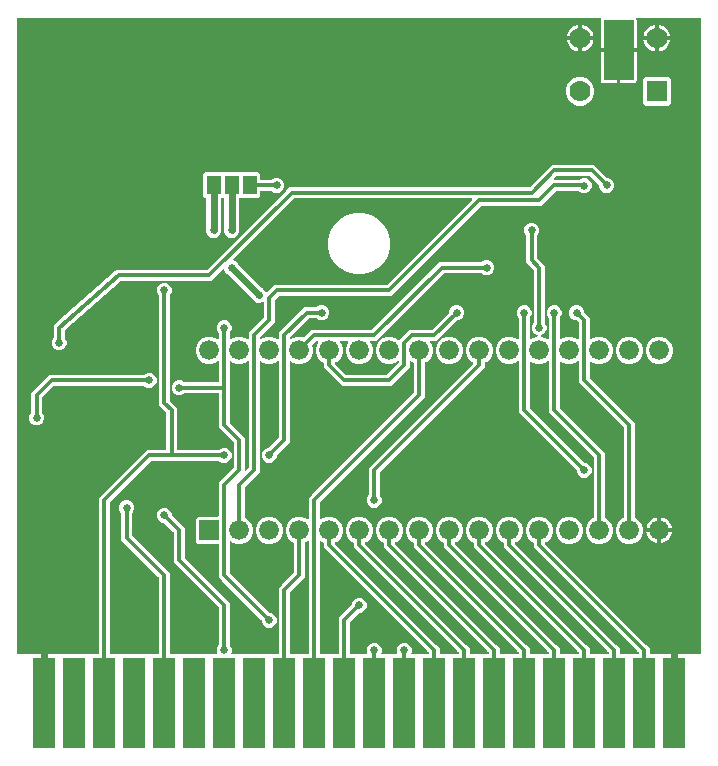
<source format=gbl>
G04 EAGLE Gerber RS-274X export*
G75*
%MOMM*%
%FSLAX34Y34*%
%LPD*%
%INBottom Copper*%
%IPPOS*%
%AMOC8*
5,1,8,0,0,1.08239X$1,22.5*%
G01*
%ADD10R,1.905000X7.620000*%
%ADD11R,1.676400X1.676400*%
%ADD12C,1.676400*%
%ADD13R,1.778000X1.778000*%
%ADD14C,1.778000*%
%ADD15R,1.168400X1.600200*%
%ADD16R,2.540000X5.080000*%
%ADD17C,0.654800*%
%ADD18C,0.609600*%
%ADD19C,0.304800*%

G36*
X83586Y85602D02*
X83586Y85602D01*
X83605Y85600D01*
X83707Y85622D01*
X83809Y85639D01*
X83826Y85648D01*
X83846Y85652D01*
X83935Y85705D01*
X84026Y85754D01*
X84040Y85768D01*
X84057Y85778D01*
X84124Y85857D01*
X84196Y85932D01*
X84204Y85950D01*
X84217Y85965D01*
X84256Y86061D01*
X84299Y86155D01*
X84301Y86175D01*
X84309Y86193D01*
X84327Y86360D01*
X84327Y217794D01*
X125106Y258573D01*
X140716Y258573D01*
X140736Y258576D01*
X140755Y258574D01*
X140857Y258596D01*
X140959Y258612D01*
X140976Y258622D01*
X140996Y258626D01*
X141085Y258679D01*
X141176Y258728D01*
X141190Y258742D01*
X141207Y258752D01*
X141274Y258831D01*
X141346Y258906D01*
X141354Y258924D01*
X141367Y258939D01*
X141406Y259035D01*
X141449Y259129D01*
X141451Y259149D01*
X141459Y259167D01*
X141477Y259334D01*
X141477Y289891D01*
X141463Y289981D01*
X141455Y290072D01*
X141443Y290101D01*
X141438Y290133D01*
X141395Y290214D01*
X141359Y290298D01*
X141333Y290330D01*
X141322Y290351D01*
X141299Y290373D01*
X141254Y290429D01*
X135127Y296556D01*
X135127Y389016D01*
X135113Y389106D01*
X135105Y389197D01*
X135093Y389226D01*
X135088Y389258D01*
X135045Y389339D01*
X135009Y389423D01*
X134983Y389455D01*
X134972Y389476D01*
X134949Y389498D01*
X134904Y389554D01*
X134340Y390118D01*
X133377Y392442D01*
X133377Y394958D01*
X134340Y397282D01*
X136118Y399060D01*
X138442Y400023D01*
X140958Y400023D01*
X143282Y399060D01*
X145060Y397282D01*
X146023Y394958D01*
X146023Y392442D01*
X145060Y390118D01*
X144496Y389554D01*
X144443Y389480D01*
X144383Y389411D01*
X144371Y389380D01*
X144352Y389354D01*
X144325Y389267D01*
X144291Y389182D01*
X144287Y389141D01*
X144280Y389119D01*
X144281Y389087D01*
X144273Y389016D01*
X144273Y300659D01*
X144287Y300569D01*
X144295Y300478D01*
X144307Y300449D01*
X144312Y300417D01*
X144355Y300336D01*
X144391Y300252D01*
X144417Y300220D01*
X144428Y300199D01*
X144451Y300177D01*
X144496Y300121D01*
X150623Y293994D01*
X150623Y259334D01*
X150626Y259314D01*
X150624Y259295D01*
X150646Y259193D01*
X150662Y259091D01*
X150672Y259074D01*
X150676Y259054D01*
X150729Y258965D01*
X150778Y258874D01*
X150792Y258860D01*
X150802Y258843D01*
X150881Y258776D01*
X150956Y258704D01*
X150974Y258696D01*
X150989Y258683D01*
X151085Y258644D01*
X151179Y258601D01*
X151199Y258599D01*
X151217Y258591D01*
X151384Y258573D01*
X185816Y258573D01*
X185906Y258587D01*
X185997Y258595D01*
X186027Y258607D01*
X186058Y258612D01*
X186139Y258655D01*
X186223Y258691D01*
X186255Y258717D01*
X186276Y258728D01*
X186298Y258751D01*
X186354Y258796D01*
X186918Y259360D01*
X189242Y260323D01*
X191758Y260323D01*
X194082Y259360D01*
X195860Y257582D01*
X196823Y255258D01*
X196823Y252742D01*
X195860Y250418D01*
X194082Y248640D01*
X191758Y247677D01*
X189242Y247677D01*
X186918Y248640D01*
X186354Y249204D01*
X186280Y249258D01*
X186211Y249317D01*
X186181Y249329D01*
X186154Y249348D01*
X186067Y249375D01*
X185982Y249409D01*
X185942Y249413D01*
X185919Y249420D01*
X185887Y249419D01*
X185816Y249427D01*
X129209Y249427D01*
X129119Y249413D01*
X129028Y249405D01*
X128999Y249393D01*
X128967Y249388D01*
X128886Y249345D01*
X128802Y249309D01*
X128770Y249283D01*
X128749Y249272D01*
X128727Y249249D01*
X128671Y249204D01*
X93696Y214229D01*
X93643Y214155D01*
X93583Y214085D01*
X93571Y214055D01*
X93552Y214029D01*
X93525Y213942D01*
X93491Y213857D01*
X93487Y213816D01*
X93480Y213794D01*
X93481Y213762D01*
X93473Y213691D01*
X93473Y86360D01*
X93476Y86340D01*
X93474Y86321D01*
X93496Y86219D01*
X93512Y86117D01*
X93522Y86100D01*
X93526Y86080D01*
X93579Y85991D01*
X93628Y85900D01*
X93642Y85886D01*
X93652Y85869D01*
X93731Y85802D01*
X93806Y85731D01*
X93824Y85722D01*
X93839Y85709D01*
X93935Y85670D01*
X94029Y85627D01*
X94049Y85625D01*
X94067Y85617D01*
X94234Y85599D01*
X134366Y85599D01*
X134386Y85602D01*
X134405Y85600D01*
X134507Y85622D01*
X134609Y85639D01*
X134626Y85648D01*
X134646Y85652D01*
X134735Y85705D01*
X134826Y85754D01*
X134840Y85768D01*
X134857Y85778D01*
X134924Y85857D01*
X134996Y85932D01*
X135004Y85950D01*
X135017Y85965D01*
X135056Y86061D01*
X135099Y86155D01*
X135101Y86175D01*
X135109Y86193D01*
X135127Y86360D01*
X135127Y150191D01*
X135113Y150281D01*
X135105Y150372D01*
X135093Y150401D01*
X135088Y150433D01*
X135045Y150514D01*
X135009Y150598D01*
X134983Y150630D01*
X134972Y150651D01*
X134949Y150673D01*
X134904Y150729D01*
X103377Y182256D01*
X103377Y204866D01*
X103363Y204956D01*
X103355Y205047D01*
X103343Y205076D01*
X103338Y205108D01*
X103295Y205189D01*
X103259Y205273D01*
X103233Y205305D01*
X103222Y205326D01*
X103199Y205348D01*
X103154Y205404D01*
X102590Y205968D01*
X101627Y208292D01*
X101627Y210808D01*
X102590Y213132D01*
X104368Y214910D01*
X106692Y215873D01*
X109208Y215873D01*
X111532Y214910D01*
X113310Y213132D01*
X114273Y210808D01*
X114273Y208292D01*
X113310Y205968D01*
X112746Y205404D01*
X112693Y205330D01*
X112633Y205261D01*
X112621Y205230D01*
X112602Y205204D01*
X112575Y205117D01*
X112541Y205032D01*
X112537Y204991D01*
X112530Y204969D01*
X112531Y204937D01*
X112523Y204866D01*
X112523Y186359D01*
X112537Y186269D01*
X112545Y186178D01*
X112557Y186149D01*
X112562Y186117D01*
X112605Y186036D01*
X112641Y185952D01*
X112667Y185920D01*
X112678Y185899D01*
X112701Y185877D01*
X112746Y185821D01*
X144273Y154294D01*
X144273Y86360D01*
X144276Y86340D01*
X144274Y86321D01*
X144296Y86219D01*
X144312Y86117D01*
X144322Y86100D01*
X144326Y86080D01*
X144379Y85991D01*
X144428Y85900D01*
X144442Y85886D01*
X144452Y85869D01*
X144531Y85802D01*
X144606Y85731D01*
X144624Y85722D01*
X144639Y85709D01*
X144735Y85670D01*
X144829Y85627D01*
X144849Y85625D01*
X144867Y85617D01*
X145034Y85599D01*
X183884Y85599D01*
X183930Y85606D01*
X183976Y85604D01*
X184050Y85626D01*
X184127Y85639D01*
X184168Y85660D01*
X184212Y85673D01*
X184276Y85717D01*
X184345Y85754D01*
X184376Y85787D01*
X184414Y85813D01*
X184460Y85875D01*
X184514Y85932D01*
X184533Y85974D01*
X184561Y86010D01*
X184585Y86084D01*
X184618Y86155D01*
X184623Y86201D01*
X184637Y86244D01*
X184636Y86322D01*
X184645Y86399D01*
X184635Y86444D01*
X184634Y86490D01*
X184596Y86622D01*
X184592Y86640D01*
X184590Y86644D01*
X184588Y86651D01*
X184177Y87642D01*
X184177Y90158D01*
X185140Y92482D01*
X185704Y93046D01*
X185757Y93120D01*
X185817Y93189D01*
X185829Y93220D01*
X185848Y93246D01*
X185875Y93333D01*
X185909Y93418D01*
X185913Y93459D01*
X185920Y93481D01*
X185919Y93513D01*
X185927Y93584D01*
X185927Y124791D01*
X185913Y124881D01*
X185905Y124972D01*
X185893Y125001D01*
X185888Y125033D01*
X185845Y125114D01*
X185809Y125198D01*
X185783Y125230D01*
X185772Y125251D01*
X185749Y125273D01*
X185704Y125329D01*
X147827Y163206D01*
X147827Y188291D01*
X147813Y188381D01*
X147805Y188472D01*
X147793Y188501D01*
X147788Y188533D01*
X147745Y188614D01*
X147709Y188698D01*
X147683Y188730D01*
X147672Y188751D01*
X147649Y188773D01*
X147604Y188829D01*
X139779Y196654D01*
X139705Y196707D01*
X139635Y196767D01*
X139605Y196779D01*
X139579Y196798D01*
X139492Y196825D01*
X139407Y196859D01*
X139366Y196863D01*
X139344Y196870D01*
X139312Y196869D01*
X139241Y196877D01*
X138442Y196877D01*
X136118Y197840D01*
X134340Y199618D01*
X133377Y201942D01*
X133377Y204458D01*
X134340Y206782D01*
X136118Y208560D01*
X138442Y209523D01*
X140958Y209523D01*
X143282Y208560D01*
X145060Y206782D01*
X146023Y204458D01*
X146023Y203659D01*
X146037Y203569D01*
X146045Y203478D01*
X146057Y203449D01*
X146062Y203417D01*
X146105Y203336D01*
X146141Y203252D01*
X146167Y203220D01*
X146178Y203199D01*
X146201Y203177D01*
X146246Y203121D01*
X156973Y192394D01*
X156973Y167309D01*
X156987Y167219D01*
X156995Y167128D01*
X157007Y167099D01*
X157012Y167067D01*
X157055Y166986D01*
X157091Y166902D01*
X157117Y166870D01*
X157128Y166849D01*
X157151Y166827D01*
X157196Y166771D01*
X195073Y128894D01*
X195073Y93584D01*
X195087Y93494D01*
X195095Y93403D01*
X195107Y93374D01*
X195112Y93342D01*
X195155Y93261D01*
X195191Y93177D01*
X195217Y93145D01*
X195228Y93124D01*
X195251Y93102D01*
X195296Y93046D01*
X195860Y92482D01*
X196823Y90158D01*
X196823Y87642D01*
X196412Y86651D01*
X196402Y86607D01*
X196382Y86565D01*
X196374Y86488D01*
X196356Y86412D01*
X196360Y86366D01*
X196355Y86321D01*
X196372Y86244D01*
X196379Y86167D01*
X196398Y86125D01*
X196408Y86080D01*
X196448Y86013D01*
X196479Y85942D01*
X196510Y85908D01*
X196534Y85869D01*
X196593Y85819D01*
X196646Y85761D01*
X196686Y85739D01*
X196721Y85709D01*
X196793Y85680D01*
X196861Y85643D01*
X196906Y85634D01*
X196949Y85617D01*
X197085Y85602D01*
X197103Y85599D01*
X197108Y85600D01*
X197116Y85599D01*
X235966Y85599D01*
X235986Y85602D01*
X236005Y85600D01*
X236107Y85622D01*
X236209Y85639D01*
X236226Y85648D01*
X236246Y85652D01*
X236335Y85705D01*
X236426Y85754D01*
X236440Y85768D01*
X236457Y85778D01*
X236524Y85857D01*
X236596Y85932D01*
X236604Y85950D01*
X236617Y85965D01*
X236656Y86061D01*
X236699Y86155D01*
X236701Y86175D01*
X236709Y86193D01*
X236727Y86360D01*
X236727Y141594D01*
X239629Y144496D01*
X249204Y154071D01*
X249257Y154145D01*
X249317Y154215D01*
X249329Y154245D01*
X249348Y154271D01*
X249375Y154358D01*
X249409Y154443D01*
X249413Y154484D01*
X249420Y154506D01*
X249419Y154538D01*
X249427Y154609D01*
X249427Y179513D01*
X249408Y179628D01*
X249391Y179744D01*
X249389Y179749D01*
X249388Y179756D01*
X249333Y179858D01*
X249280Y179963D01*
X249275Y179968D01*
X249272Y179973D01*
X249188Y180053D01*
X249104Y180135D01*
X249098Y180139D01*
X249094Y180142D01*
X249077Y180150D01*
X248957Y180216D01*
X247525Y180810D01*
X244310Y184025D01*
X242569Y188226D01*
X242569Y192774D01*
X244310Y196975D01*
X247525Y200190D01*
X251726Y201931D01*
X256274Y201931D01*
X260475Y200191D01*
X260828Y199838D01*
X260886Y199796D01*
X260938Y199747D01*
X260985Y199725D01*
X261027Y199694D01*
X261096Y199673D01*
X261161Y199643D01*
X261213Y199637D01*
X261263Y199622D01*
X261334Y199624D01*
X261405Y199616D01*
X261456Y199627D01*
X261508Y199628D01*
X261576Y199653D01*
X261646Y199668D01*
X261691Y199695D01*
X261739Y199713D01*
X261795Y199757D01*
X261857Y199794D01*
X261891Y199834D01*
X261931Y199866D01*
X261970Y199927D01*
X262017Y199981D01*
X262036Y200030D01*
X262064Y200073D01*
X262082Y200143D01*
X262109Y200209D01*
X262117Y200281D01*
X262125Y200312D01*
X262123Y200335D01*
X262127Y200376D01*
X262127Y217794D01*
X265029Y220696D01*
X350804Y306471D01*
X350857Y306545D01*
X350917Y306615D01*
X350929Y306645D01*
X350948Y306671D01*
X350975Y306758D01*
X351009Y306843D01*
X351013Y306884D01*
X351020Y306906D01*
X351019Y306938D01*
X351027Y307009D01*
X351027Y331913D01*
X351008Y332028D01*
X350991Y332144D01*
X350989Y332149D01*
X350988Y332156D01*
X350933Y332258D01*
X350880Y332363D01*
X350875Y332368D01*
X350872Y332373D01*
X350788Y332453D01*
X350704Y332535D01*
X350698Y332539D01*
X350694Y332542D01*
X350677Y332550D01*
X350557Y332616D01*
X349125Y333209D01*
X348772Y333562D01*
X348714Y333604D01*
X348662Y333653D01*
X348615Y333675D01*
X348573Y333706D01*
X348504Y333727D01*
X348439Y333757D01*
X348387Y333763D01*
X348337Y333778D01*
X348266Y333776D01*
X348195Y333784D01*
X348144Y333773D01*
X348092Y333772D01*
X348024Y333747D01*
X347954Y333732D01*
X347909Y333705D01*
X347861Y333687D01*
X347805Y333643D01*
X347743Y333606D01*
X347709Y333566D01*
X347669Y333534D01*
X347630Y333473D01*
X347583Y333419D01*
X347564Y333370D01*
X347536Y333327D01*
X347518Y333257D01*
X347491Y333191D01*
X347483Y333119D01*
X347475Y333088D01*
X347477Y333065D01*
X347473Y333024D01*
X347473Y328306D01*
X332094Y312927D01*
X290206Y312927D01*
X274827Y328306D01*
X274827Y331913D01*
X274808Y332028D01*
X274791Y332144D01*
X274789Y332149D01*
X274788Y332156D01*
X274733Y332258D01*
X274680Y332363D01*
X274675Y332368D01*
X274672Y332373D01*
X274588Y332453D01*
X274504Y332535D01*
X274498Y332539D01*
X274494Y332542D01*
X274477Y332550D01*
X274357Y332616D01*
X272925Y333210D01*
X269710Y336425D01*
X267969Y340626D01*
X267969Y345174D01*
X269709Y349375D01*
X270062Y349728D01*
X270104Y349786D01*
X270153Y349838D01*
X270175Y349885D01*
X270206Y349927D01*
X270227Y349996D01*
X270257Y350061D01*
X270263Y350113D01*
X270278Y350163D01*
X270276Y350234D01*
X270284Y350305D01*
X270273Y350356D01*
X270272Y350408D01*
X270247Y350476D01*
X270232Y350546D01*
X270205Y350591D01*
X270187Y350639D01*
X270143Y350695D01*
X270106Y350757D01*
X270066Y350791D01*
X270034Y350831D01*
X269973Y350870D01*
X269919Y350917D01*
X269870Y350936D01*
X269827Y350964D01*
X269757Y350982D01*
X269691Y351009D01*
X269619Y351017D01*
X269588Y351025D01*
X269565Y351023D01*
X269524Y351027D01*
X268909Y351027D01*
X268819Y351013D01*
X268728Y351005D01*
X268699Y350993D01*
X268667Y350988D01*
X268586Y350945D01*
X268502Y350909D01*
X268470Y350883D01*
X268449Y350872D01*
X268427Y350849D01*
X268371Y350804D01*
X265002Y347436D01*
X264934Y347341D01*
X264865Y347247D01*
X264863Y347241D01*
X264859Y347236D01*
X264825Y347125D01*
X264788Y347013D01*
X264788Y347007D01*
X264787Y347001D01*
X264790Y346884D01*
X264791Y346767D01*
X264793Y346760D01*
X264793Y346755D01*
X264799Y346738D01*
X264837Y346606D01*
X265431Y345174D01*
X265431Y340626D01*
X263690Y336425D01*
X260475Y333210D01*
X256274Y331469D01*
X251726Y331469D01*
X247525Y333209D01*
X247172Y333562D01*
X247114Y333604D01*
X247062Y333653D01*
X247015Y333675D01*
X246973Y333706D01*
X246904Y333727D01*
X246839Y333757D01*
X246787Y333763D01*
X246737Y333778D01*
X246666Y333776D01*
X246595Y333784D01*
X246544Y333773D01*
X246492Y333772D01*
X246424Y333747D01*
X246354Y333732D01*
X246309Y333705D01*
X246261Y333687D01*
X246205Y333643D01*
X246143Y333606D01*
X246109Y333566D01*
X246069Y333534D01*
X246030Y333473D01*
X245983Y333419D01*
X245964Y333370D01*
X245936Y333327D01*
X245918Y333257D01*
X245891Y333191D01*
X245883Y333119D01*
X245875Y333088D01*
X245877Y333065D01*
X245873Y333024D01*
X245873Y264806D01*
X235146Y254079D01*
X235093Y254005D01*
X235033Y253935D01*
X235021Y253905D01*
X235002Y253879D01*
X234975Y253792D01*
X234941Y253707D01*
X234937Y253666D01*
X234930Y253644D01*
X234931Y253612D01*
X234923Y253541D01*
X234923Y252742D01*
X233960Y250418D01*
X232182Y248640D01*
X229858Y247677D01*
X227342Y247677D01*
X225018Y248640D01*
X223240Y250418D01*
X222277Y252742D01*
X222277Y255258D01*
X223240Y257582D01*
X225018Y259360D01*
X227342Y260323D01*
X228141Y260323D01*
X228231Y260337D01*
X228322Y260345D01*
X228351Y260357D01*
X228383Y260362D01*
X228464Y260405D01*
X228548Y260441D01*
X228580Y260467D01*
X228601Y260478D01*
X228623Y260501D01*
X228679Y260546D01*
X236504Y268371D01*
X236557Y268445D01*
X236617Y268515D01*
X236629Y268545D01*
X236648Y268571D01*
X236675Y268658D01*
X236709Y268743D01*
X236713Y268784D01*
X236720Y268806D01*
X236719Y268838D01*
X236727Y268909D01*
X236727Y333024D01*
X236725Y333036D01*
X236726Y333044D01*
X236717Y333088D01*
X236716Y333095D01*
X236714Y333166D01*
X236696Y333215D01*
X236688Y333267D01*
X236654Y333330D01*
X236629Y333397D01*
X236597Y333438D01*
X236572Y333484D01*
X236520Y333534D01*
X236476Y333589D01*
X236432Y333618D01*
X236394Y333653D01*
X236329Y333684D01*
X236269Y333722D01*
X236218Y333735D01*
X236171Y333757D01*
X236100Y333765D01*
X236030Y333783D01*
X235978Y333778D01*
X235927Y333784D01*
X235856Y333769D01*
X235785Y333763D01*
X235737Y333743D01*
X235686Y333732D01*
X235625Y333695D01*
X235559Y333667D01*
X235503Y333622D01*
X235475Y333606D01*
X235460Y333588D01*
X235428Y333562D01*
X235075Y333209D01*
X230874Y331469D01*
X226326Y331469D01*
X222125Y333209D01*
X221772Y333562D01*
X221714Y333604D01*
X221662Y333653D01*
X221615Y333675D01*
X221573Y333706D01*
X221504Y333727D01*
X221439Y333757D01*
X221387Y333763D01*
X221337Y333778D01*
X221266Y333776D01*
X221195Y333784D01*
X221144Y333773D01*
X221092Y333772D01*
X221024Y333747D01*
X220954Y333732D01*
X220909Y333705D01*
X220861Y333687D01*
X220805Y333643D01*
X220743Y333606D01*
X220709Y333566D01*
X220669Y333534D01*
X220630Y333473D01*
X220583Y333419D01*
X220564Y333370D01*
X220536Y333327D01*
X220518Y333257D01*
X220491Y333191D01*
X220483Y333119D01*
X220475Y333088D01*
X220477Y333065D01*
X220473Y333024D01*
X220473Y239406D01*
X207996Y226929D01*
X207948Y226862D01*
X207944Y226858D01*
X207942Y226855D01*
X207883Y226785D01*
X207871Y226755D01*
X207852Y226729D01*
X207825Y226642D01*
X207791Y226557D01*
X207787Y226516D01*
X207780Y226494D01*
X207781Y226462D01*
X207773Y226391D01*
X207773Y201487D01*
X207792Y201372D01*
X207809Y201256D01*
X207811Y201251D01*
X207812Y201244D01*
X207867Y201142D01*
X207920Y201037D01*
X207925Y201032D01*
X207928Y201027D01*
X208012Y200947D01*
X208096Y200865D01*
X208102Y200861D01*
X208106Y200858D01*
X208123Y200850D01*
X208243Y200784D01*
X209675Y200190D01*
X212890Y196975D01*
X214631Y192774D01*
X214631Y188226D01*
X212890Y184025D01*
X209675Y180810D01*
X205474Y179069D01*
X200926Y179069D01*
X196725Y180809D01*
X196372Y181162D01*
X196314Y181204D01*
X196262Y181253D01*
X196215Y181275D01*
X196173Y181306D01*
X196104Y181327D01*
X196039Y181357D01*
X195987Y181363D01*
X195937Y181378D01*
X195866Y181376D01*
X195795Y181384D01*
X195744Y181373D01*
X195692Y181372D01*
X195624Y181347D01*
X195554Y181332D01*
X195509Y181305D01*
X195461Y181287D01*
X195405Y181243D01*
X195343Y181206D01*
X195309Y181166D01*
X195269Y181134D01*
X195230Y181073D01*
X195183Y181019D01*
X195164Y180970D01*
X195136Y180927D01*
X195118Y180857D01*
X195091Y180791D01*
X195083Y180719D01*
X195075Y180688D01*
X195077Y180665D01*
X195073Y180624D01*
X195073Y154609D01*
X195087Y154519D01*
X195095Y154428D01*
X195107Y154399D01*
X195112Y154367D01*
X195155Y154286D01*
X195191Y154202D01*
X195217Y154170D01*
X195228Y154149D01*
X195251Y154127D01*
X195296Y154071D01*
X228521Y120846D01*
X228595Y120793D01*
X228665Y120733D01*
X228695Y120721D01*
X228721Y120702D01*
X228808Y120675D01*
X228893Y120641D01*
X228934Y120637D01*
X228956Y120630D01*
X228988Y120631D01*
X229059Y120623D01*
X229858Y120623D01*
X232182Y119660D01*
X233960Y117882D01*
X234923Y115558D01*
X234923Y113042D01*
X233960Y110718D01*
X232182Y108940D01*
X229858Y107977D01*
X227342Y107977D01*
X225018Y108940D01*
X223240Y110718D01*
X222277Y113042D01*
X222277Y113841D01*
X222263Y113931D01*
X222255Y114022D01*
X222243Y114051D01*
X222238Y114083D01*
X222195Y114164D01*
X222159Y114248D01*
X222133Y114280D01*
X222122Y114301D01*
X222099Y114323D01*
X222054Y114379D01*
X188829Y147604D01*
X185927Y150506D01*
X185927Y178308D01*
X185924Y178328D01*
X185926Y178347D01*
X185904Y178449D01*
X185888Y178551D01*
X185878Y178568D01*
X185874Y178588D01*
X185821Y178677D01*
X185772Y178768D01*
X185758Y178782D01*
X185748Y178799D01*
X185669Y178866D01*
X185594Y178938D01*
X185576Y178946D01*
X185561Y178959D01*
X185465Y178998D01*
X185371Y179041D01*
X185351Y179043D01*
X185333Y179051D01*
X185166Y179069D01*
X168155Y179069D01*
X166369Y180855D01*
X166369Y200145D01*
X168155Y201931D01*
X185166Y201931D01*
X185186Y201934D01*
X185205Y201932D01*
X185307Y201954D01*
X185409Y201970D01*
X185426Y201980D01*
X185446Y201984D01*
X185535Y202037D01*
X185626Y202086D01*
X185640Y202100D01*
X185657Y202110D01*
X185724Y202189D01*
X185796Y202264D01*
X185804Y202282D01*
X185817Y202297D01*
X185856Y202393D01*
X185899Y202487D01*
X185901Y202507D01*
X185909Y202525D01*
X185927Y202692D01*
X185927Y230494D01*
X198404Y242971D01*
X198457Y243045D01*
X198517Y243115D01*
X198529Y243145D01*
X198548Y243171D01*
X198575Y243258D01*
X198609Y243343D01*
X198613Y243384D01*
X198620Y243406D01*
X198619Y243438D01*
X198627Y243509D01*
X198627Y264491D01*
X198623Y264518D01*
X198624Y264532D01*
X198612Y264589D01*
X198605Y264672D01*
X198593Y264701D01*
X198588Y264733D01*
X198576Y264756D01*
X198572Y264772D01*
X198539Y264828D01*
X198509Y264898D01*
X198483Y264930D01*
X198472Y264951D01*
X198456Y264966D01*
X198446Y264983D01*
X198429Y264998D01*
X198404Y265029D01*
X185927Y277506D01*
X185927Y305816D01*
X185924Y305836D01*
X185926Y305855D01*
X185904Y305957D01*
X185888Y306059D01*
X185878Y306076D01*
X185874Y306096D01*
X185821Y306185D01*
X185772Y306276D01*
X185758Y306290D01*
X185748Y306307D01*
X185669Y306374D01*
X185594Y306446D01*
X185576Y306454D01*
X185561Y306467D01*
X185465Y306506D01*
X185371Y306549D01*
X185351Y306551D01*
X185333Y306559D01*
X185166Y306577D01*
X157084Y306577D01*
X156994Y306563D01*
X156903Y306555D01*
X156874Y306543D01*
X156842Y306538D01*
X156761Y306495D01*
X156677Y306459D01*
X156645Y306433D01*
X156624Y306422D01*
X156602Y306399D01*
X156546Y306354D01*
X155982Y305790D01*
X153658Y304827D01*
X151142Y304827D01*
X148818Y305790D01*
X147040Y307568D01*
X146077Y309892D01*
X146077Y312408D01*
X147040Y314732D01*
X148818Y316510D01*
X151142Y317473D01*
X153658Y317473D01*
X155982Y316510D01*
X156546Y315946D01*
X156620Y315893D01*
X156689Y315833D01*
X156720Y315821D01*
X156746Y315802D01*
X156833Y315775D01*
X156918Y315741D01*
X156959Y315737D01*
X156981Y315730D01*
X157013Y315731D01*
X157084Y315723D01*
X185166Y315723D01*
X185186Y315726D01*
X185205Y315724D01*
X185307Y315746D01*
X185409Y315762D01*
X185426Y315772D01*
X185446Y315776D01*
X185535Y315829D01*
X185626Y315878D01*
X185640Y315892D01*
X185657Y315902D01*
X185724Y315981D01*
X185796Y316056D01*
X185804Y316074D01*
X185817Y316089D01*
X185856Y316185D01*
X185899Y316279D01*
X185901Y316299D01*
X185909Y316317D01*
X185927Y316484D01*
X185927Y333024D01*
X185925Y333036D01*
X185926Y333044D01*
X185917Y333088D01*
X185916Y333095D01*
X185914Y333166D01*
X185896Y333215D01*
X185888Y333267D01*
X185854Y333330D01*
X185829Y333397D01*
X185797Y333438D01*
X185772Y333484D01*
X185720Y333534D01*
X185676Y333589D01*
X185632Y333618D01*
X185594Y333653D01*
X185529Y333684D01*
X185469Y333722D01*
X185418Y333735D01*
X185371Y333757D01*
X185300Y333765D01*
X185230Y333783D01*
X185178Y333778D01*
X185127Y333784D01*
X185056Y333769D01*
X184985Y333763D01*
X184937Y333743D01*
X184886Y333732D01*
X184825Y333695D01*
X184759Y333667D01*
X184703Y333622D01*
X184675Y333606D01*
X184660Y333588D01*
X184628Y333562D01*
X184275Y333209D01*
X180074Y331469D01*
X175526Y331469D01*
X171325Y333210D01*
X168110Y336425D01*
X166369Y340626D01*
X166369Y345174D01*
X168110Y349375D01*
X171325Y352590D01*
X175526Y354331D01*
X180074Y354331D01*
X184275Y352591D01*
X184628Y352238D01*
X184686Y352196D01*
X184738Y352147D01*
X184785Y352125D01*
X184827Y352094D01*
X184896Y352073D01*
X184961Y352043D01*
X185013Y352037D01*
X185063Y352022D01*
X185134Y352024D01*
X185205Y352016D01*
X185256Y352027D01*
X185308Y352028D01*
X185376Y352053D01*
X185446Y352068D01*
X185491Y352095D01*
X185539Y352113D01*
X185595Y352157D01*
X185657Y352194D01*
X185691Y352234D01*
X185731Y352266D01*
X185770Y352327D01*
X185817Y352381D01*
X185836Y352430D01*
X185864Y352473D01*
X185882Y352543D01*
X185909Y352609D01*
X185917Y352681D01*
X185925Y352712D01*
X185923Y352735D01*
X185927Y352776D01*
X185927Y357266D01*
X185913Y357356D01*
X185905Y357447D01*
X185893Y357476D01*
X185888Y357508D01*
X185845Y357589D01*
X185809Y357673D01*
X185783Y357705D01*
X185772Y357726D01*
X185749Y357748D01*
X185704Y357804D01*
X185140Y358368D01*
X184177Y360692D01*
X184177Y363208D01*
X185140Y365532D01*
X186918Y367310D01*
X189242Y368273D01*
X191758Y368273D01*
X194082Y367310D01*
X195860Y365532D01*
X196823Y363208D01*
X196823Y360692D01*
X195860Y358368D01*
X195296Y357804D01*
X195243Y357730D01*
X195183Y357661D01*
X195171Y357630D01*
X195152Y357604D01*
X195125Y357517D01*
X195091Y357432D01*
X195087Y357391D01*
X195080Y357369D01*
X195081Y357337D01*
X195073Y357266D01*
X195073Y352776D01*
X195075Y352765D01*
X195074Y352758D01*
X195082Y352722D01*
X195084Y352705D01*
X195086Y352634D01*
X195104Y352585D01*
X195112Y352533D01*
X195146Y352470D01*
X195171Y352403D01*
X195203Y352362D01*
X195228Y352316D01*
X195280Y352266D01*
X195324Y352211D01*
X195368Y352182D01*
X195406Y352147D01*
X195471Y352116D01*
X195531Y352078D01*
X195582Y352065D01*
X195629Y352043D01*
X195700Y352035D01*
X195770Y352017D01*
X195822Y352022D01*
X195873Y352016D01*
X195944Y352031D01*
X196015Y352037D01*
X196063Y352057D01*
X196114Y352068D01*
X196175Y352105D01*
X196241Y352133D01*
X196297Y352178D01*
X196325Y352194D01*
X196340Y352212D01*
X196372Y352238D01*
X196725Y352591D01*
X200926Y354331D01*
X205474Y354331D01*
X209675Y352591D01*
X210028Y352238D01*
X210086Y352196D01*
X210138Y352147D01*
X210185Y352125D01*
X210227Y352094D01*
X210296Y352073D01*
X210361Y352043D01*
X210413Y352037D01*
X210463Y352022D01*
X210534Y352024D01*
X210605Y352016D01*
X210656Y352027D01*
X210708Y352028D01*
X210776Y352053D01*
X210846Y352068D01*
X210891Y352095D01*
X210939Y352113D01*
X210995Y352157D01*
X211057Y352194D01*
X211091Y352234D01*
X211131Y352266D01*
X211170Y352327D01*
X211217Y352381D01*
X211236Y352430D01*
X211264Y352473D01*
X211282Y352543D01*
X211309Y352609D01*
X211317Y352681D01*
X211325Y352712D01*
X211323Y352735D01*
X211327Y352776D01*
X211327Y357494D01*
X223804Y369971D01*
X223857Y370045D01*
X223917Y370115D01*
X223929Y370145D01*
X223948Y370171D01*
X223975Y370258D01*
X224009Y370343D01*
X224013Y370384D01*
X224020Y370406D01*
X224019Y370438D01*
X224027Y370509D01*
X224027Y383306D01*
X224020Y383351D01*
X224022Y383397D01*
X224000Y383472D01*
X223988Y383548D01*
X223966Y383589D01*
X223953Y383633D01*
X223909Y383697D01*
X223872Y383766D01*
X223839Y383797D01*
X223813Y383835D01*
X223751Y383881D01*
X223694Y383935D01*
X223652Y383954D01*
X223616Y383982D01*
X223542Y384006D01*
X223471Y384039D01*
X223425Y384044D01*
X223382Y384058D01*
X223304Y384057D01*
X223227Y384066D01*
X223182Y384056D01*
X223136Y384056D01*
X223004Y384017D01*
X222986Y384014D01*
X222982Y384011D01*
X222975Y384009D01*
X221243Y383292D01*
X218728Y383292D01*
X216404Y384254D01*
X214625Y386033D01*
X214457Y386439D01*
X214423Y386494D01*
X214397Y386555D01*
X214345Y386619D01*
X214328Y386648D01*
X214313Y386660D01*
X214292Y386686D01*
X193921Y407057D01*
X193868Y407095D01*
X193821Y407141D01*
X193748Y407181D01*
X193721Y407200D01*
X193703Y407206D01*
X193674Y407222D01*
X193268Y407390D01*
X191490Y409168D01*
X190621Y411266D01*
X190597Y411305D01*
X190581Y411348D01*
X190533Y411409D01*
X190492Y411475D01*
X190456Y411504D01*
X190427Y411540D01*
X190362Y411582D01*
X190302Y411632D01*
X190259Y411648D01*
X190221Y411673D01*
X190145Y411692D01*
X190072Y411720D01*
X190027Y411722D01*
X189982Y411733D01*
X189905Y411727D01*
X189827Y411730D01*
X189783Y411717D01*
X189737Y411714D01*
X189665Y411683D01*
X189590Y411662D01*
X189553Y411636D01*
X189511Y411618D01*
X189404Y411532D01*
X189388Y411521D01*
X189385Y411517D01*
X189380Y411513D01*
X179694Y401827D01*
X103604Y401827D01*
X103539Y401817D01*
X103473Y401816D01*
X103418Y401797D01*
X103361Y401788D01*
X103303Y401757D01*
X103240Y401735D01*
X103173Y401688D01*
X103144Y401672D01*
X103130Y401658D01*
X103103Y401639D01*
X55633Y360103D01*
X55559Y360013D01*
X55483Y359924D01*
X55481Y359918D01*
X55476Y359913D01*
X55435Y359804D01*
X55391Y359696D01*
X55390Y359688D01*
X55388Y359683D01*
X55388Y359663D01*
X55373Y359530D01*
X55373Y353934D01*
X55387Y353844D01*
X55395Y353753D01*
X55407Y353724D01*
X55412Y353692D01*
X55455Y353611D01*
X55491Y353527D01*
X55517Y353495D01*
X55528Y353474D01*
X55551Y353452D01*
X55596Y353396D01*
X56160Y352832D01*
X57123Y350508D01*
X57123Y347992D01*
X56160Y345668D01*
X54382Y343890D01*
X52058Y342927D01*
X49542Y342927D01*
X47218Y343890D01*
X45440Y345668D01*
X44477Y347992D01*
X44477Y350508D01*
X45440Y352832D01*
X46004Y353396D01*
X46057Y353470D01*
X46117Y353539D01*
X46129Y353570D01*
X46148Y353596D01*
X46175Y353683D01*
X46209Y353768D01*
X46213Y353809D01*
X46220Y353831D01*
X46219Y353863D01*
X46227Y353934D01*
X46227Y359946D01*
X46217Y360011D01*
X46216Y360077D01*
X46197Y360132D01*
X46188Y360189D01*
X46157Y360247D01*
X46135Y360310D01*
X46110Y360345D01*
X46226Y362077D01*
X46224Y362096D01*
X46227Y362128D01*
X46227Y363860D01*
X46234Y363867D01*
X46259Y363919D01*
X46293Y363966D01*
X46312Y364029D01*
X46341Y364089D01*
X46349Y364131D01*
X47655Y365274D01*
X47667Y365289D01*
X47692Y365309D01*
X48917Y366534D01*
X48927Y366534D01*
X48982Y366553D01*
X49039Y366562D01*
X49097Y366593D01*
X49160Y366615D01*
X49227Y366662D01*
X49256Y366678D01*
X49270Y366692D01*
X49297Y366711D01*
X98455Y409724D01*
X98467Y409739D01*
X98492Y409759D01*
X99717Y410984D01*
X99727Y410984D01*
X99782Y411003D01*
X99839Y411012D01*
X99897Y411043D01*
X99960Y411065D01*
X99995Y411090D01*
X101727Y410974D01*
X101746Y410976D01*
X101778Y410973D01*
X175591Y410973D01*
X175681Y410987D01*
X175772Y410995D01*
X175801Y411007D01*
X175833Y411012D01*
X175914Y411055D01*
X175998Y411091D01*
X176030Y411117D01*
X176051Y411128D01*
X176073Y411151D01*
X176129Y411196D01*
X242854Y477921D01*
X245756Y480823D01*
X448641Y480823D01*
X448731Y480837D01*
X448822Y480845D01*
X448851Y480857D01*
X448883Y480862D01*
X448964Y480905D01*
X449048Y480941D01*
X449080Y480967D01*
X449101Y480978D01*
X449123Y481001D01*
X449179Y481046D01*
X468006Y499873D01*
X503544Y499873D01*
X514271Y489146D01*
X514345Y489093D01*
X514415Y489033D01*
X514445Y489021D01*
X514471Y489002D01*
X514558Y488975D01*
X514643Y488941D01*
X514684Y488937D01*
X514706Y488930D01*
X514738Y488931D01*
X514809Y488923D01*
X515608Y488923D01*
X517932Y487960D01*
X519710Y486182D01*
X520673Y483858D01*
X520673Y481342D01*
X519710Y479018D01*
X517932Y477240D01*
X515608Y476277D01*
X513092Y476277D01*
X510768Y477240D01*
X508990Y479018D01*
X508027Y481342D01*
X508027Y482141D01*
X508013Y482231D01*
X508005Y482322D01*
X507993Y482351D01*
X507988Y482383D01*
X507945Y482464D01*
X507909Y482548D01*
X507883Y482580D01*
X507872Y482601D01*
X507849Y482623D01*
X507804Y482679D01*
X499979Y490504D01*
X499905Y490557D01*
X499835Y490617D01*
X499805Y490629D01*
X499779Y490648D01*
X499692Y490675D01*
X499607Y490709D01*
X499566Y490713D01*
X499544Y490720D01*
X499512Y490719D01*
X499441Y490727D01*
X472109Y490727D01*
X472019Y490713D01*
X471928Y490705D01*
X471899Y490693D01*
X471867Y490688D01*
X471786Y490645D01*
X471702Y490609D01*
X471670Y490583D01*
X471649Y490572D01*
X471627Y490549D01*
X471571Y490504D01*
X469539Y488472D01*
X469497Y488414D01*
X469448Y488362D01*
X469426Y488315D01*
X469396Y488273D01*
X469374Y488204D01*
X469344Y488139D01*
X469339Y488087D01*
X469323Y488037D01*
X469325Y487966D01*
X469317Y487895D01*
X469328Y487844D01*
X469330Y487792D01*
X469354Y487724D01*
X469369Y487654D01*
X469396Y487609D01*
X469414Y487561D01*
X469459Y487505D01*
X469496Y487443D01*
X469535Y487409D01*
X469568Y487369D01*
X469628Y487330D01*
X469682Y487283D01*
X469731Y487264D01*
X469775Y487236D01*
X469844Y487218D01*
X469911Y487191D01*
X469982Y487183D01*
X470013Y487175D01*
X470036Y487177D01*
X470077Y487173D01*
X490842Y487173D01*
X490932Y487187D01*
X491023Y487195D01*
X491052Y487207D01*
X491084Y487212D01*
X491165Y487255D01*
X491249Y487291D01*
X491281Y487317D01*
X491302Y487328D01*
X491324Y487351D01*
X491380Y487396D01*
X491718Y487734D01*
X494042Y488697D01*
X496558Y488697D01*
X498882Y487734D01*
X500660Y485956D01*
X501623Y483632D01*
X501623Y481116D01*
X500660Y478792D01*
X498882Y477014D01*
X496558Y476051D01*
X494042Y476051D01*
X491718Y477014D01*
X490928Y477804D01*
X490854Y477857D01*
X490785Y477917D01*
X490754Y477929D01*
X490728Y477948D01*
X490641Y477975D01*
X490556Y478009D01*
X490515Y478013D01*
X490493Y478020D01*
X490461Y478019D01*
X490390Y478027D01*
X472109Y478027D01*
X472019Y478013D01*
X471928Y478005D01*
X471899Y477993D01*
X471867Y477988D01*
X471786Y477945D01*
X471702Y477909D01*
X471670Y477883D01*
X471649Y477872D01*
X471627Y477849D01*
X471571Y477804D01*
X459094Y465327D01*
X408609Y465327D01*
X408519Y465313D01*
X408428Y465305D01*
X408399Y465293D01*
X408367Y465288D01*
X408286Y465245D01*
X408202Y465209D01*
X408170Y465183D01*
X408149Y465172D01*
X408127Y465149D01*
X408071Y465104D01*
X332094Y389127D01*
X237159Y389127D01*
X237069Y389113D01*
X236978Y389105D01*
X236949Y389093D01*
X236917Y389088D01*
X236836Y389045D01*
X236752Y389009D01*
X236720Y388983D01*
X236699Y388972D01*
X236677Y388949D01*
X236621Y388904D01*
X233396Y385679D01*
X233343Y385605D01*
X233283Y385535D01*
X233271Y385505D01*
X233252Y385479D01*
X233225Y385392D01*
X233191Y385307D01*
X233187Y385266D01*
X233180Y385244D01*
X233181Y385212D01*
X233173Y385141D01*
X233173Y366406D01*
X220696Y353929D01*
X220643Y353855D01*
X220583Y353785D01*
X220571Y353755D01*
X220552Y353729D01*
X220525Y353642D01*
X220491Y353557D01*
X220487Y353516D01*
X220480Y353494D01*
X220481Y353462D01*
X220473Y353391D01*
X220473Y352776D01*
X220475Y352765D01*
X220474Y352758D01*
X220482Y352722D01*
X220484Y352705D01*
X220486Y352634D01*
X220504Y352585D01*
X220512Y352533D01*
X220546Y352470D01*
X220571Y352403D01*
X220603Y352362D01*
X220628Y352316D01*
X220680Y352266D01*
X220724Y352211D01*
X220768Y352182D01*
X220806Y352147D01*
X220871Y352116D01*
X220931Y352078D01*
X220982Y352065D01*
X221029Y352043D01*
X221100Y352035D01*
X221170Y352017D01*
X221222Y352022D01*
X221273Y352016D01*
X221344Y352031D01*
X221415Y352037D01*
X221463Y352057D01*
X221514Y352068D01*
X221575Y352105D01*
X221641Y352133D01*
X221697Y352178D01*
X221725Y352194D01*
X221740Y352212D01*
X221772Y352238D01*
X222125Y352591D01*
X226326Y354331D01*
X230874Y354331D01*
X235075Y352591D01*
X235428Y352238D01*
X235486Y352196D01*
X235538Y352147D01*
X235585Y352125D01*
X235627Y352094D01*
X235696Y352073D01*
X235761Y352043D01*
X235813Y352037D01*
X235863Y352022D01*
X235934Y352024D01*
X236005Y352016D01*
X236056Y352027D01*
X236108Y352028D01*
X236176Y352053D01*
X236246Y352068D01*
X236291Y352095D01*
X236339Y352113D01*
X236395Y352157D01*
X236457Y352194D01*
X236491Y352234D01*
X236531Y352266D01*
X236570Y352327D01*
X236617Y352381D01*
X236636Y352430D01*
X236664Y352473D01*
X236682Y352543D01*
X236709Y352609D01*
X236717Y352681D01*
X236725Y352712D01*
X236723Y352735D01*
X236727Y352776D01*
X236727Y357494D01*
X258456Y379223D01*
X268366Y379223D01*
X268456Y379237D01*
X268547Y379245D01*
X268576Y379257D01*
X268608Y379262D01*
X268689Y379305D01*
X268773Y379341D01*
X268805Y379367D01*
X268826Y379378D01*
X268848Y379401D01*
X268904Y379446D01*
X269468Y380010D01*
X271792Y380973D01*
X274308Y380973D01*
X276632Y380010D01*
X278410Y378232D01*
X279373Y375908D01*
X279373Y373392D01*
X278410Y371068D01*
X276632Y369290D01*
X274308Y368327D01*
X271792Y368327D01*
X269468Y369290D01*
X268904Y369854D01*
X268830Y369907D01*
X268761Y369967D01*
X268730Y369979D01*
X268704Y369998D01*
X268617Y370025D01*
X268532Y370059D01*
X268491Y370063D01*
X268469Y370070D01*
X268437Y370069D01*
X268366Y370077D01*
X262559Y370077D01*
X262469Y370063D01*
X262378Y370055D01*
X262349Y370043D01*
X262317Y370038D01*
X262236Y369995D01*
X262152Y369959D01*
X262120Y369933D01*
X262099Y369922D01*
X262077Y369899D01*
X262021Y369854D01*
X246096Y353929D01*
X246043Y353855D01*
X245983Y353785D01*
X245971Y353755D01*
X245952Y353729D01*
X245925Y353642D01*
X245891Y353557D01*
X245887Y353516D01*
X245880Y353494D01*
X245881Y353462D01*
X245873Y353391D01*
X245873Y352776D01*
X245875Y352765D01*
X245874Y352758D01*
X245882Y352722D01*
X245884Y352705D01*
X245886Y352634D01*
X245904Y352585D01*
X245912Y352533D01*
X245946Y352470D01*
X245971Y352403D01*
X246003Y352362D01*
X246028Y352316D01*
X246080Y352266D01*
X246124Y352211D01*
X246168Y352182D01*
X246206Y352147D01*
X246271Y352116D01*
X246331Y352078D01*
X246382Y352065D01*
X246429Y352043D01*
X246500Y352035D01*
X246570Y352017D01*
X246622Y352022D01*
X246673Y352016D01*
X246744Y352031D01*
X246815Y352037D01*
X246863Y352057D01*
X246914Y352068D01*
X246975Y352105D01*
X247041Y352133D01*
X247097Y352178D01*
X247125Y352194D01*
X247140Y352212D01*
X247172Y352238D01*
X247525Y352591D01*
X251726Y354331D01*
X256274Y354331D01*
X257706Y353737D01*
X257820Y353711D01*
X257933Y353682D01*
X257939Y353683D01*
X257946Y353681D01*
X258062Y353692D01*
X258178Y353701D01*
X258184Y353704D01*
X258190Y353704D01*
X258298Y353752D01*
X258405Y353798D01*
X258411Y353802D01*
X258415Y353804D01*
X258429Y353817D01*
X258536Y353902D01*
X264806Y360173D01*
X315291Y360173D01*
X315381Y360187D01*
X315472Y360195D01*
X315501Y360207D01*
X315533Y360212D01*
X315614Y360255D01*
X315698Y360291D01*
X315730Y360317D01*
X315751Y360328D01*
X315773Y360351D01*
X315829Y360396D01*
X372756Y417323D01*
X408066Y417323D01*
X408156Y417337D01*
X408247Y417345D01*
X408276Y417357D01*
X408308Y417362D01*
X408389Y417405D01*
X408473Y417441D01*
X408505Y417467D01*
X408526Y417478D01*
X408548Y417501D01*
X408604Y417546D01*
X409168Y418110D01*
X411492Y419073D01*
X414008Y419073D01*
X416332Y418110D01*
X418110Y416332D01*
X419073Y414008D01*
X419073Y411492D01*
X418110Y409168D01*
X416332Y407390D01*
X414008Y406427D01*
X411492Y406427D01*
X409168Y407390D01*
X408604Y407954D01*
X408530Y408007D01*
X408461Y408067D01*
X408430Y408079D01*
X408404Y408098D01*
X408317Y408125D01*
X408232Y408159D01*
X408191Y408163D01*
X408169Y408170D01*
X408137Y408169D01*
X408066Y408177D01*
X376859Y408177D01*
X376769Y408163D01*
X376678Y408155D01*
X376649Y408143D01*
X376617Y408138D01*
X376536Y408095D01*
X376452Y408059D01*
X376420Y408033D01*
X376399Y408022D01*
X376377Y407999D01*
X376321Y407954D01*
X319394Y351027D01*
X314676Y351027D01*
X314605Y351016D01*
X314534Y351014D01*
X314485Y350996D01*
X314433Y350988D01*
X314370Y350954D01*
X314303Y350929D01*
X314262Y350897D01*
X314216Y350872D01*
X314166Y350820D01*
X314111Y350776D01*
X314082Y350732D01*
X314047Y350694D01*
X314016Y350629D01*
X313978Y350569D01*
X313965Y350518D01*
X313943Y350471D01*
X313935Y350400D01*
X313917Y350330D01*
X313922Y350278D01*
X313916Y350227D01*
X313931Y350156D01*
X313937Y350085D01*
X313957Y350037D01*
X313968Y349986D01*
X314005Y349925D01*
X314033Y349859D01*
X314078Y349803D01*
X314094Y349775D01*
X314112Y349760D01*
X314138Y349728D01*
X314491Y349375D01*
X316231Y345174D01*
X316231Y340626D01*
X314490Y336425D01*
X311275Y333210D01*
X307074Y331469D01*
X302526Y331469D01*
X298325Y333210D01*
X295110Y336425D01*
X293369Y340626D01*
X293369Y345174D01*
X295109Y349375D01*
X295462Y349728D01*
X295504Y349786D01*
X295553Y349838D01*
X295575Y349885D01*
X295606Y349927D01*
X295627Y349996D01*
X295657Y350061D01*
X295663Y350113D01*
X295678Y350163D01*
X295676Y350234D01*
X295684Y350305D01*
X295673Y350356D01*
X295672Y350408D01*
X295647Y350476D01*
X295632Y350546D01*
X295605Y350591D01*
X295587Y350639D01*
X295543Y350695D01*
X295506Y350757D01*
X295466Y350791D01*
X295434Y350831D01*
X295373Y350870D01*
X295319Y350917D01*
X295270Y350936D01*
X295227Y350964D01*
X295157Y350982D01*
X295091Y351009D01*
X295019Y351017D01*
X294988Y351025D01*
X294965Y351023D01*
X294924Y351027D01*
X289276Y351027D01*
X289205Y351016D01*
X289134Y351014D01*
X289085Y350996D01*
X289033Y350988D01*
X288970Y350954D01*
X288903Y350929D01*
X288862Y350897D01*
X288816Y350872D01*
X288766Y350820D01*
X288711Y350776D01*
X288682Y350732D01*
X288647Y350694D01*
X288616Y350629D01*
X288578Y350569D01*
X288565Y350518D01*
X288543Y350471D01*
X288535Y350400D01*
X288517Y350330D01*
X288522Y350278D01*
X288516Y350227D01*
X288531Y350156D01*
X288537Y350085D01*
X288557Y350037D01*
X288568Y349986D01*
X288605Y349925D01*
X288633Y349859D01*
X288678Y349803D01*
X288694Y349775D01*
X288712Y349760D01*
X288738Y349728D01*
X289091Y349375D01*
X290831Y345174D01*
X290831Y340626D01*
X289090Y336425D01*
X285875Y333210D01*
X284794Y332762D01*
X284755Y332737D01*
X284712Y332722D01*
X284651Y332673D01*
X284585Y332632D01*
X284555Y332597D01*
X284520Y332568D01*
X284478Y332503D01*
X284428Y332443D01*
X284411Y332400D01*
X284387Y332361D01*
X284368Y332286D01*
X284340Y332213D01*
X284338Y332167D01*
X284327Y332123D01*
X284333Y332045D01*
X284329Y331967D01*
X284342Y331923D01*
X284346Y331877D01*
X284376Y331806D01*
X284398Y331731D01*
X284424Y331693D01*
X284442Y331651D01*
X284527Y331544D01*
X284538Y331529D01*
X284542Y331526D01*
X284547Y331520D01*
X293771Y322296D01*
X293845Y322243D01*
X293915Y322183D01*
X293945Y322171D01*
X293971Y322152D01*
X294058Y322125D01*
X294143Y322091D01*
X294184Y322087D01*
X294206Y322080D01*
X294238Y322081D01*
X294309Y322073D01*
X327991Y322073D01*
X328081Y322087D01*
X328172Y322095D01*
X328201Y322107D01*
X328233Y322112D01*
X328314Y322155D01*
X328398Y322191D01*
X328430Y322217D01*
X328451Y322228D01*
X328473Y322251D01*
X328529Y322296D01*
X338104Y331871D01*
X338157Y331945D01*
X338217Y332015D01*
X338229Y332045D01*
X338248Y332071D01*
X338275Y332158D01*
X338309Y332243D01*
X338313Y332284D01*
X338320Y332306D01*
X338319Y332338D01*
X338327Y332409D01*
X338327Y333024D01*
X338325Y333036D01*
X338326Y333044D01*
X338317Y333088D01*
X338316Y333095D01*
X338314Y333166D01*
X338296Y333215D01*
X338288Y333267D01*
X338254Y333330D01*
X338229Y333397D01*
X338197Y333438D01*
X338172Y333484D01*
X338120Y333534D01*
X338076Y333589D01*
X338032Y333618D01*
X337994Y333653D01*
X337929Y333684D01*
X337869Y333722D01*
X337818Y333735D01*
X337771Y333757D01*
X337700Y333765D01*
X337630Y333783D01*
X337578Y333778D01*
X337527Y333784D01*
X337456Y333769D01*
X337385Y333763D01*
X337337Y333743D01*
X337286Y333732D01*
X337225Y333695D01*
X337159Y333667D01*
X337103Y333622D01*
X337075Y333606D01*
X337060Y333588D01*
X337028Y333562D01*
X336675Y333209D01*
X332474Y331469D01*
X327926Y331469D01*
X323725Y333210D01*
X320510Y336425D01*
X318769Y340626D01*
X318769Y345174D01*
X320510Y349375D01*
X323725Y352590D01*
X327926Y354331D01*
X332474Y354331D01*
X336675Y352590D01*
X337686Y351579D01*
X337702Y351568D01*
X337715Y351552D01*
X337802Y351496D01*
X337886Y351436D01*
X337905Y351430D01*
X337922Y351419D01*
X338022Y351394D01*
X338121Y351364D01*
X338141Y351364D01*
X338160Y351359D01*
X338263Y351367D01*
X338367Y351370D01*
X338386Y351377D01*
X338405Y351378D01*
X338500Y351419D01*
X338598Y351454D01*
X338613Y351467D01*
X338632Y351475D01*
X338763Y351579D01*
X344454Y357271D01*
X347356Y360173D01*
X366091Y360173D01*
X366181Y360187D01*
X366272Y360195D01*
X366301Y360207D01*
X366333Y360212D01*
X366414Y360255D01*
X366498Y360291D01*
X366530Y360317D01*
X366551Y360328D01*
X366573Y360351D01*
X366629Y360396D01*
X380804Y374571D01*
X380857Y374645D01*
X380917Y374715D01*
X380929Y374745D01*
X380948Y374771D01*
X380975Y374858D01*
X381009Y374943D01*
X381013Y374984D01*
X381020Y375006D01*
X381019Y375038D01*
X381027Y375109D01*
X381027Y375908D01*
X381990Y378232D01*
X383768Y380010D01*
X386092Y380973D01*
X388608Y380973D01*
X390932Y380010D01*
X392710Y378232D01*
X393673Y375908D01*
X393673Y373392D01*
X392710Y371068D01*
X390932Y369290D01*
X388608Y368327D01*
X387809Y368327D01*
X387719Y368313D01*
X387628Y368305D01*
X387599Y368293D01*
X387567Y368288D01*
X387486Y368245D01*
X387402Y368209D01*
X387370Y368183D01*
X387349Y368172D01*
X387327Y368149D01*
X387271Y368104D01*
X370194Y351027D01*
X365476Y351027D01*
X365405Y351016D01*
X365334Y351014D01*
X365285Y350996D01*
X365233Y350988D01*
X365170Y350954D01*
X365103Y350929D01*
X365062Y350897D01*
X365016Y350872D01*
X364966Y350820D01*
X364911Y350776D01*
X364882Y350732D01*
X364847Y350694D01*
X364816Y350629D01*
X364778Y350569D01*
X364765Y350518D01*
X364743Y350471D01*
X364735Y350400D01*
X364717Y350330D01*
X364722Y350278D01*
X364716Y350227D01*
X364731Y350156D01*
X364737Y350085D01*
X364757Y350037D01*
X364768Y349986D01*
X364805Y349925D01*
X364833Y349859D01*
X364878Y349803D01*
X364894Y349775D01*
X364912Y349760D01*
X364938Y349728D01*
X365291Y349375D01*
X367031Y345174D01*
X367031Y340626D01*
X365290Y336425D01*
X362075Y333210D01*
X360643Y332616D01*
X360543Y332554D01*
X360443Y332495D01*
X360439Y332490D01*
X360434Y332487D01*
X360359Y332396D01*
X360283Y332308D01*
X360281Y332302D01*
X360277Y332297D01*
X360235Y332189D01*
X360191Y332080D01*
X360190Y332072D01*
X360189Y332068D01*
X360188Y332049D01*
X360173Y331913D01*
X360173Y302906D01*
X357271Y300004D01*
X271496Y214229D01*
X271443Y214155D01*
X271383Y214085D01*
X271371Y214055D01*
X271352Y214029D01*
X271325Y213942D01*
X271291Y213857D01*
X271287Y213816D01*
X271280Y213794D01*
X271281Y213762D01*
X271273Y213691D01*
X271273Y200376D01*
X271284Y200305D01*
X271286Y200234D01*
X271304Y200185D01*
X271312Y200133D01*
X271346Y200070D01*
X271371Y200003D01*
X271403Y199962D01*
X271428Y199916D01*
X271480Y199866D01*
X271524Y199811D01*
X271568Y199782D01*
X271606Y199747D01*
X271671Y199716D01*
X271731Y199678D01*
X271782Y199665D01*
X271829Y199643D01*
X271900Y199635D01*
X271970Y199617D01*
X272022Y199622D01*
X272073Y199616D01*
X272144Y199631D01*
X272215Y199637D01*
X272263Y199657D01*
X272314Y199668D01*
X272375Y199705D01*
X272441Y199733D01*
X272497Y199778D01*
X272525Y199794D01*
X272540Y199812D01*
X272572Y199838D01*
X272925Y200191D01*
X277126Y201931D01*
X281674Y201931D01*
X285875Y200190D01*
X289090Y196975D01*
X290831Y192774D01*
X290831Y188226D01*
X289090Y184025D01*
X285875Y180810D01*
X284794Y180362D01*
X284755Y180337D01*
X284712Y180322D01*
X284651Y180273D01*
X284585Y180232D01*
X284555Y180197D01*
X284520Y180168D01*
X284478Y180103D01*
X284428Y180043D01*
X284411Y180000D01*
X284387Y179961D01*
X284368Y179886D01*
X284340Y179813D01*
X284338Y179767D01*
X284327Y179723D01*
X284333Y179645D01*
X284329Y179567D01*
X284342Y179523D01*
X284346Y179477D01*
X284376Y179406D01*
X284398Y179331D01*
X284424Y179293D01*
X284442Y179251D01*
X284527Y179144D01*
X284538Y179129D01*
X284542Y179126D01*
X284547Y179120D01*
X369971Y93696D01*
X372873Y90794D01*
X372873Y86360D01*
X372876Y86340D01*
X372874Y86321D01*
X372896Y86219D01*
X372912Y86117D01*
X372922Y86100D01*
X372926Y86080D01*
X372979Y85991D01*
X373028Y85900D01*
X373042Y85886D01*
X373052Y85869D01*
X373131Y85802D01*
X373206Y85731D01*
X373224Y85722D01*
X373239Y85709D01*
X373335Y85670D01*
X373429Y85627D01*
X373449Y85625D01*
X373467Y85617D01*
X373634Y85599D01*
X388366Y85599D01*
X388386Y85602D01*
X388405Y85600D01*
X388507Y85622D01*
X388609Y85639D01*
X388626Y85648D01*
X388646Y85652D01*
X388735Y85705D01*
X388826Y85754D01*
X388840Y85768D01*
X388857Y85778D01*
X388924Y85857D01*
X388996Y85932D01*
X389004Y85950D01*
X389017Y85965D01*
X389056Y86061D01*
X389099Y86155D01*
X389101Y86175D01*
X389109Y86193D01*
X389127Y86360D01*
X389127Y86691D01*
X389113Y86781D01*
X389105Y86872D01*
X389093Y86901D01*
X389088Y86933D01*
X389045Y87014D01*
X389009Y87098D01*
X388983Y87130D01*
X388972Y87151D01*
X388949Y87173D01*
X388904Y87229D01*
X300227Y175906D01*
X300227Y179513D01*
X300208Y179628D01*
X300191Y179744D01*
X300189Y179749D01*
X300188Y179756D01*
X300133Y179858D01*
X300080Y179963D01*
X300075Y179968D01*
X300072Y179973D01*
X299988Y180053D01*
X299904Y180135D01*
X299898Y180139D01*
X299894Y180142D01*
X299877Y180150D01*
X299757Y180216D01*
X298325Y180810D01*
X295110Y184025D01*
X293369Y188226D01*
X293369Y192774D01*
X295110Y196975D01*
X298325Y200190D01*
X302526Y201931D01*
X307074Y201931D01*
X311275Y200190D01*
X314490Y196975D01*
X316231Y192774D01*
X316231Y188226D01*
X314490Y184025D01*
X311275Y180810D01*
X310194Y180362D01*
X310155Y180337D01*
X310112Y180322D01*
X310051Y180273D01*
X309985Y180232D01*
X309955Y180197D01*
X309920Y180168D01*
X309878Y180103D01*
X309828Y180043D01*
X309811Y180000D01*
X309787Y179961D01*
X309768Y179886D01*
X309740Y179813D01*
X309738Y179767D01*
X309727Y179723D01*
X309733Y179645D01*
X309729Y179567D01*
X309742Y179523D01*
X309746Y179477D01*
X309776Y179406D01*
X309798Y179331D01*
X309824Y179293D01*
X309842Y179251D01*
X309927Y179144D01*
X309938Y179129D01*
X309942Y179126D01*
X309947Y179120D01*
X395371Y93696D01*
X398273Y90794D01*
X398273Y86360D01*
X398276Y86340D01*
X398274Y86321D01*
X398296Y86219D01*
X398312Y86117D01*
X398322Y86100D01*
X398326Y86080D01*
X398379Y85991D01*
X398428Y85900D01*
X398442Y85886D01*
X398452Y85869D01*
X398531Y85802D01*
X398606Y85731D01*
X398624Y85722D01*
X398639Y85709D01*
X398735Y85670D01*
X398829Y85627D01*
X398849Y85625D01*
X398867Y85617D01*
X399034Y85599D01*
X413766Y85599D01*
X413786Y85602D01*
X413805Y85600D01*
X413907Y85622D01*
X414009Y85639D01*
X414026Y85648D01*
X414046Y85652D01*
X414135Y85705D01*
X414226Y85754D01*
X414240Y85768D01*
X414257Y85778D01*
X414324Y85857D01*
X414396Y85932D01*
X414404Y85950D01*
X414417Y85965D01*
X414456Y86061D01*
X414499Y86155D01*
X414501Y86175D01*
X414509Y86193D01*
X414527Y86360D01*
X414527Y86691D01*
X414513Y86781D01*
X414505Y86872D01*
X414493Y86901D01*
X414488Y86933D01*
X414445Y87014D01*
X414409Y87098D01*
X414383Y87130D01*
X414372Y87151D01*
X414349Y87173D01*
X414304Y87229D01*
X325627Y175906D01*
X325627Y179513D01*
X325608Y179628D01*
X325591Y179744D01*
X325589Y179749D01*
X325588Y179756D01*
X325533Y179858D01*
X325480Y179963D01*
X325475Y179968D01*
X325472Y179973D01*
X325388Y180053D01*
X325304Y180135D01*
X325298Y180139D01*
X325294Y180142D01*
X325277Y180150D01*
X325157Y180216D01*
X323725Y180810D01*
X320510Y184025D01*
X318769Y188226D01*
X318769Y192774D01*
X320510Y196975D01*
X323725Y200190D01*
X327926Y201931D01*
X332474Y201931D01*
X336675Y200190D01*
X339890Y196975D01*
X341631Y192774D01*
X341631Y188226D01*
X339890Y184025D01*
X336675Y180810D01*
X335594Y180362D01*
X335555Y180337D01*
X335512Y180322D01*
X335451Y180273D01*
X335385Y180232D01*
X335355Y180197D01*
X335320Y180168D01*
X335278Y180103D01*
X335228Y180043D01*
X335211Y180000D01*
X335187Y179961D01*
X335168Y179886D01*
X335140Y179813D01*
X335138Y179767D01*
X335127Y179723D01*
X335133Y179645D01*
X335129Y179567D01*
X335142Y179523D01*
X335146Y179477D01*
X335176Y179406D01*
X335198Y179331D01*
X335224Y179293D01*
X335242Y179251D01*
X335327Y179144D01*
X335338Y179129D01*
X335342Y179126D01*
X335347Y179120D01*
X420771Y93696D01*
X423673Y90794D01*
X423673Y86360D01*
X423676Y86340D01*
X423674Y86321D01*
X423696Y86219D01*
X423712Y86117D01*
X423722Y86100D01*
X423726Y86080D01*
X423779Y85991D01*
X423828Y85900D01*
X423842Y85886D01*
X423852Y85869D01*
X423931Y85802D01*
X424006Y85731D01*
X424024Y85722D01*
X424039Y85709D01*
X424135Y85670D01*
X424229Y85627D01*
X424249Y85625D01*
X424267Y85617D01*
X424434Y85599D01*
X439166Y85599D01*
X439186Y85602D01*
X439205Y85600D01*
X439307Y85622D01*
X439409Y85639D01*
X439426Y85648D01*
X439446Y85652D01*
X439535Y85705D01*
X439626Y85754D01*
X439640Y85768D01*
X439657Y85778D01*
X439724Y85857D01*
X439796Y85932D01*
X439804Y85950D01*
X439817Y85965D01*
X439856Y86061D01*
X439899Y86155D01*
X439901Y86175D01*
X439909Y86193D01*
X439927Y86360D01*
X439927Y86691D01*
X439913Y86781D01*
X439905Y86872D01*
X439893Y86901D01*
X439888Y86933D01*
X439845Y87014D01*
X439809Y87098D01*
X439783Y87130D01*
X439772Y87151D01*
X439749Y87173D01*
X439704Y87229D01*
X351027Y175906D01*
X351027Y179513D01*
X351008Y179628D01*
X350991Y179744D01*
X350989Y179749D01*
X350988Y179756D01*
X350933Y179858D01*
X350880Y179963D01*
X350875Y179968D01*
X350872Y179973D01*
X350788Y180053D01*
X350704Y180135D01*
X350698Y180139D01*
X350694Y180142D01*
X350677Y180150D01*
X350557Y180216D01*
X349125Y180810D01*
X345910Y184025D01*
X344169Y188226D01*
X344169Y192774D01*
X345910Y196975D01*
X349125Y200190D01*
X353326Y201931D01*
X357874Y201931D01*
X362075Y200190D01*
X365290Y196975D01*
X367031Y192774D01*
X367031Y188226D01*
X365290Y184025D01*
X362075Y180810D01*
X360994Y180362D01*
X360955Y180337D01*
X360912Y180322D01*
X360851Y180273D01*
X360785Y180232D01*
X360755Y180197D01*
X360720Y180168D01*
X360678Y180103D01*
X360628Y180043D01*
X360611Y180000D01*
X360587Y179961D01*
X360568Y179886D01*
X360540Y179813D01*
X360538Y179767D01*
X360527Y179723D01*
X360533Y179645D01*
X360529Y179567D01*
X360542Y179523D01*
X360546Y179477D01*
X360576Y179406D01*
X360598Y179331D01*
X360624Y179293D01*
X360642Y179251D01*
X360727Y179144D01*
X360738Y179129D01*
X360742Y179126D01*
X360747Y179120D01*
X446171Y93696D01*
X449073Y90794D01*
X449073Y86360D01*
X449076Y86340D01*
X449074Y86321D01*
X449096Y86219D01*
X449112Y86117D01*
X449122Y86100D01*
X449126Y86080D01*
X449179Y85991D01*
X449228Y85900D01*
X449242Y85886D01*
X449252Y85869D01*
X449331Y85802D01*
X449406Y85731D01*
X449424Y85722D01*
X449439Y85709D01*
X449535Y85670D01*
X449629Y85627D01*
X449649Y85625D01*
X449667Y85617D01*
X449834Y85599D01*
X464566Y85599D01*
X464586Y85602D01*
X464605Y85600D01*
X464707Y85622D01*
X464809Y85639D01*
X464826Y85648D01*
X464846Y85652D01*
X464935Y85705D01*
X465026Y85754D01*
X465040Y85768D01*
X465057Y85778D01*
X465124Y85857D01*
X465196Y85932D01*
X465204Y85950D01*
X465217Y85965D01*
X465256Y86061D01*
X465299Y86155D01*
X465301Y86175D01*
X465309Y86193D01*
X465327Y86360D01*
X465327Y86691D01*
X465313Y86781D01*
X465305Y86872D01*
X465293Y86901D01*
X465288Y86933D01*
X465245Y87014D01*
X465209Y87098D01*
X465183Y87130D01*
X465172Y87151D01*
X465149Y87173D01*
X465104Y87229D01*
X376427Y175906D01*
X376427Y179513D01*
X376408Y179628D01*
X376391Y179744D01*
X376389Y179749D01*
X376388Y179756D01*
X376333Y179858D01*
X376280Y179963D01*
X376275Y179968D01*
X376272Y179973D01*
X376188Y180053D01*
X376104Y180135D01*
X376098Y180139D01*
X376094Y180142D01*
X376077Y180150D01*
X375957Y180216D01*
X374525Y180810D01*
X371310Y184025D01*
X369569Y188226D01*
X369569Y192774D01*
X371310Y196975D01*
X374525Y200190D01*
X378726Y201931D01*
X383274Y201931D01*
X387475Y200190D01*
X390690Y196975D01*
X392431Y192774D01*
X392431Y188226D01*
X390690Y184025D01*
X387475Y180810D01*
X386394Y180362D01*
X386355Y180337D01*
X386312Y180322D01*
X386251Y180273D01*
X386185Y180232D01*
X386155Y180197D01*
X386120Y180168D01*
X386078Y180103D01*
X386028Y180043D01*
X386011Y180000D01*
X385987Y179961D01*
X385968Y179886D01*
X385940Y179813D01*
X385938Y179767D01*
X385927Y179723D01*
X385933Y179645D01*
X385929Y179567D01*
X385942Y179523D01*
X385946Y179477D01*
X385976Y179406D01*
X385998Y179331D01*
X386024Y179293D01*
X386042Y179251D01*
X386127Y179144D01*
X386138Y179129D01*
X386142Y179126D01*
X386147Y179120D01*
X471571Y93696D01*
X474473Y90794D01*
X474473Y86360D01*
X474476Y86340D01*
X474474Y86321D01*
X474496Y86219D01*
X474512Y86117D01*
X474522Y86100D01*
X474526Y86080D01*
X474579Y85991D01*
X474628Y85900D01*
X474642Y85886D01*
X474652Y85869D01*
X474731Y85802D01*
X474806Y85731D01*
X474824Y85722D01*
X474839Y85709D01*
X474935Y85670D01*
X475029Y85627D01*
X475049Y85625D01*
X475067Y85617D01*
X475234Y85599D01*
X489966Y85599D01*
X489986Y85602D01*
X490005Y85600D01*
X490107Y85622D01*
X490209Y85639D01*
X490226Y85648D01*
X490246Y85652D01*
X490335Y85705D01*
X490426Y85754D01*
X490440Y85768D01*
X490457Y85778D01*
X490524Y85857D01*
X490596Y85932D01*
X490604Y85950D01*
X490617Y85965D01*
X490656Y86061D01*
X490699Y86155D01*
X490701Y86175D01*
X490709Y86193D01*
X490727Y86360D01*
X490727Y86691D01*
X490713Y86781D01*
X490705Y86872D01*
X490693Y86901D01*
X490688Y86933D01*
X490645Y87014D01*
X490609Y87098D01*
X490583Y87130D01*
X490572Y87151D01*
X490549Y87173D01*
X490504Y87229D01*
X401827Y175906D01*
X401827Y179513D01*
X401808Y179628D01*
X401791Y179744D01*
X401789Y179749D01*
X401788Y179756D01*
X401733Y179858D01*
X401680Y179963D01*
X401675Y179968D01*
X401672Y179973D01*
X401588Y180053D01*
X401504Y180135D01*
X401498Y180139D01*
X401494Y180142D01*
X401477Y180150D01*
X401357Y180216D01*
X399925Y180810D01*
X396710Y184025D01*
X394969Y188226D01*
X394969Y192774D01*
X396710Y196975D01*
X399925Y200190D01*
X404126Y201931D01*
X408674Y201931D01*
X412875Y200190D01*
X416090Y196975D01*
X417831Y192774D01*
X417831Y188226D01*
X416090Y184025D01*
X412875Y180810D01*
X411794Y180362D01*
X411755Y180337D01*
X411712Y180322D01*
X411651Y180273D01*
X411585Y180232D01*
X411555Y180197D01*
X411520Y180168D01*
X411478Y180103D01*
X411428Y180043D01*
X411411Y180000D01*
X411387Y179961D01*
X411368Y179886D01*
X411340Y179813D01*
X411338Y179767D01*
X411327Y179723D01*
X411333Y179645D01*
X411329Y179567D01*
X411342Y179523D01*
X411346Y179477D01*
X411376Y179406D01*
X411398Y179331D01*
X411424Y179293D01*
X411442Y179251D01*
X411527Y179144D01*
X411538Y179129D01*
X411542Y179126D01*
X411547Y179120D01*
X496971Y93696D01*
X499873Y90794D01*
X499873Y86360D01*
X499876Y86340D01*
X499874Y86321D01*
X499896Y86219D01*
X499912Y86117D01*
X499922Y86100D01*
X499926Y86080D01*
X499979Y85991D01*
X500028Y85900D01*
X500042Y85886D01*
X500052Y85869D01*
X500131Y85802D01*
X500206Y85731D01*
X500224Y85722D01*
X500239Y85709D01*
X500335Y85670D01*
X500429Y85627D01*
X500449Y85625D01*
X500467Y85617D01*
X500634Y85599D01*
X515366Y85599D01*
X515386Y85602D01*
X515405Y85600D01*
X515507Y85622D01*
X515609Y85639D01*
X515626Y85648D01*
X515646Y85652D01*
X515735Y85705D01*
X515826Y85754D01*
X515840Y85768D01*
X515857Y85778D01*
X515924Y85857D01*
X515996Y85932D01*
X516004Y85950D01*
X516017Y85965D01*
X516056Y86061D01*
X516099Y86155D01*
X516101Y86175D01*
X516109Y86193D01*
X516127Y86360D01*
X516127Y86691D01*
X516113Y86781D01*
X516105Y86872D01*
X516093Y86901D01*
X516088Y86933D01*
X516045Y87014D01*
X516009Y87098D01*
X515983Y87130D01*
X515972Y87151D01*
X515949Y87173D01*
X515904Y87229D01*
X427227Y175906D01*
X427227Y179513D01*
X427208Y179628D01*
X427191Y179744D01*
X427189Y179749D01*
X427188Y179756D01*
X427133Y179858D01*
X427080Y179963D01*
X427075Y179968D01*
X427072Y179973D01*
X426988Y180053D01*
X426904Y180135D01*
X426898Y180139D01*
X426894Y180142D01*
X426877Y180150D01*
X426757Y180216D01*
X425325Y180810D01*
X422110Y184025D01*
X420369Y188226D01*
X420369Y192774D01*
X422110Y196975D01*
X425325Y200190D01*
X429526Y201931D01*
X434074Y201931D01*
X438275Y200190D01*
X441490Y196975D01*
X443231Y192774D01*
X443231Y188226D01*
X441490Y184025D01*
X438275Y180810D01*
X437194Y180362D01*
X437155Y180337D01*
X437112Y180322D01*
X437051Y180273D01*
X436985Y180232D01*
X436955Y180197D01*
X436920Y180168D01*
X436878Y180103D01*
X436828Y180043D01*
X436811Y180000D01*
X436787Y179961D01*
X436768Y179886D01*
X436740Y179813D01*
X436738Y179767D01*
X436727Y179723D01*
X436733Y179645D01*
X436729Y179567D01*
X436742Y179523D01*
X436746Y179477D01*
X436776Y179406D01*
X436798Y179331D01*
X436824Y179293D01*
X436842Y179251D01*
X436927Y179144D01*
X436938Y179129D01*
X436942Y179126D01*
X436947Y179120D01*
X522371Y93696D01*
X525273Y90794D01*
X525273Y86360D01*
X525276Y86340D01*
X525274Y86321D01*
X525296Y86219D01*
X525312Y86117D01*
X525322Y86100D01*
X525326Y86080D01*
X525379Y85991D01*
X525428Y85900D01*
X525442Y85886D01*
X525452Y85869D01*
X525531Y85802D01*
X525606Y85731D01*
X525624Y85722D01*
X525639Y85709D01*
X525735Y85670D01*
X525829Y85627D01*
X525849Y85625D01*
X525867Y85617D01*
X526034Y85599D01*
X540766Y85599D01*
X540786Y85602D01*
X540805Y85600D01*
X540907Y85622D01*
X541009Y85639D01*
X541026Y85648D01*
X541046Y85652D01*
X541135Y85705D01*
X541226Y85754D01*
X541240Y85768D01*
X541257Y85778D01*
X541324Y85857D01*
X541396Y85932D01*
X541404Y85950D01*
X541417Y85965D01*
X541456Y86061D01*
X541499Y86155D01*
X541501Y86175D01*
X541509Y86193D01*
X541527Y86360D01*
X541527Y86691D01*
X541513Y86781D01*
X541505Y86872D01*
X541493Y86901D01*
X541488Y86933D01*
X541445Y87014D01*
X541409Y87098D01*
X541383Y87130D01*
X541372Y87151D01*
X541349Y87173D01*
X541304Y87229D01*
X452627Y175906D01*
X452627Y179513D01*
X452608Y179628D01*
X452591Y179744D01*
X452589Y179749D01*
X452588Y179756D01*
X452533Y179858D01*
X452480Y179963D01*
X452475Y179968D01*
X452472Y179973D01*
X452388Y180053D01*
X452304Y180135D01*
X452298Y180139D01*
X452294Y180142D01*
X452277Y180150D01*
X452157Y180216D01*
X450725Y180810D01*
X447510Y184025D01*
X445769Y188226D01*
X445769Y192774D01*
X447510Y196975D01*
X450725Y200190D01*
X454926Y201931D01*
X459474Y201931D01*
X463675Y200190D01*
X466890Y196975D01*
X468631Y192774D01*
X468631Y188226D01*
X466890Y184025D01*
X463675Y180810D01*
X462594Y180362D01*
X462555Y180337D01*
X462512Y180322D01*
X462451Y180273D01*
X462385Y180232D01*
X462355Y180197D01*
X462320Y180168D01*
X462278Y180103D01*
X462228Y180043D01*
X462211Y180000D01*
X462187Y179961D01*
X462168Y179886D01*
X462140Y179813D01*
X462138Y179767D01*
X462127Y179723D01*
X462133Y179645D01*
X462129Y179567D01*
X462142Y179523D01*
X462146Y179477D01*
X462176Y179406D01*
X462198Y179331D01*
X462224Y179293D01*
X462242Y179251D01*
X462327Y179144D01*
X462338Y179129D01*
X462342Y179126D01*
X462347Y179120D01*
X547771Y93696D01*
X550673Y90794D01*
X550673Y86360D01*
X550676Y86340D01*
X550674Y86321D01*
X550696Y86219D01*
X550712Y86117D01*
X550722Y86100D01*
X550726Y86080D01*
X550779Y85991D01*
X550828Y85900D01*
X550842Y85886D01*
X550852Y85869D01*
X550931Y85802D01*
X551006Y85731D01*
X551024Y85722D01*
X551039Y85709D01*
X551135Y85670D01*
X551229Y85627D01*
X551249Y85625D01*
X551267Y85617D01*
X551434Y85599D01*
X593600Y85599D01*
X593620Y85602D01*
X593639Y85600D01*
X593741Y85622D01*
X593843Y85639D01*
X593860Y85648D01*
X593880Y85652D01*
X593969Y85705D01*
X594060Y85754D01*
X594074Y85768D01*
X594091Y85778D01*
X594158Y85857D01*
X594230Y85932D01*
X594238Y85950D01*
X594251Y85965D01*
X594290Y86061D01*
X594333Y86155D01*
X594335Y86175D01*
X594343Y86193D01*
X594361Y86360D01*
X594361Y623798D01*
X594358Y623818D01*
X594360Y623837D01*
X594338Y623939D01*
X594322Y624041D01*
X594312Y624058D01*
X594308Y624078D01*
X594255Y624167D01*
X594206Y624258D01*
X594192Y624272D01*
X594182Y624289D01*
X594103Y624356D01*
X594028Y624428D01*
X594010Y624436D01*
X593995Y624449D01*
X593899Y624488D01*
X593805Y624531D01*
X593785Y624533D01*
X593767Y624541D01*
X593600Y624559D01*
X540158Y624559D01*
X540064Y624544D01*
X539969Y624535D01*
X539943Y624524D01*
X539915Y624520D01*
X539831Y624475D01*
X539744Y624437D01*
X539723Y624418D01*
X539698Y624404D01*
X539632Y624335D01*
X539562Y624271D01*
X539548Y624247D01*
X539528Y624226D01*
X539488Y624140D01*
X539442Y624056D01*
X539437Y624029D01*
X539425Y624003D01*
X539414Y623908D01*
X539397Y623814D01*
X539401Y623787D01*
X539398Y623759D01*
X539418Y623665D01*
X539431Y623571D01*
X539445Y623539D01*
X539450Y623518D01*
X539467Y623490D01*
X539499Y623417D01*
X539578Y623281D01*
X539751Y622634D01*
X539751Y598423D01*
X525272Y598423D01*
X525252Y598420D01*
X525233Y598422D01*
X525131Y598400D01*
X525029Y598383D01*
X525012Y598374D01*
X524992Y598370D01*
X524903Y598317D01*
X524812Y598268D01*
X524798Y598254D01*
X524781Y598244D01*
X524714Y598165D01*
X524643Y598090D01*
X524634Y598072D01*
X524621Y598057D01*
X524582Y597961D01*
X524539Y597867D01*
X524537Y597847D01*
X524529Y597829D01*
X524511Y597662D01*
X524511Y596899D01*
X524509Y596899D01*
X524509Y597662D01*
X524506Y597682D01*
X524508Y597701D01*
X524486Y597803D01*
X524469Y597905D01*
X524460Y597922D01*
X524456Y597942D01*
X524403Y598031D01*
X524354Y598122D01*
X524340Y598136D01*
X524330Y598153D01*
X524251Y598220D01*
X524176Y598291D01*
X524158Y598300D01*
X524143Y598313D01*
X524047Y598352D01*
X523953Y598395D01*
X523933Y598397D01*
X523915Y598405D01*
X523748Y598423D01*
X509269Y598423D01*
X509269Y622634D01*
X509442Y623281D01*
X509521Y623417D01*
X509555Y623507D01*
X509595Y623593D01*
X509598Y623621D01*
X509608Y623647D01*
X509612Y623743D01*
X509622Y623837D01*
X509616Y623865D01*
X509617Y623893D01*
X509590Y623985D01*
X509570Y624078D01*
X509556Y624102D01*
X509548Y624129D01*
X509493Y624207D01*
X509444Y624289D01*
X509422Y624307D01*
X509406Y624330D01*
X509329Y624387D01*
X509257Y624449D01*
X509231Y624459D01*
X509208Y624476D01*
X509117Y624505D01*
X509029Y624541D01*
X508994Y624545D01*
X508974Y624551D01*
X508941Y624551D01*
X508862Y624559D01*
X16002Y624559D01*
X15982Y624556D01*
X15963Y624558D01*
X15861Y624536D01*
X15759Y624520D01*
X15742Y624510D01*
X15722Y624506D01*
X15633Y624453D01*
X15542Y624404D01*
X15528Y624390D01*
X15511Y624380D01*
X15444Y624301D01*
X15372Y624226D01*
X15364Y624208D01*
X15351Y624193D01*
X15312Y624097D01*
X15269Y624003D01*
X15267Y623983D01*
X15259Y623965D01*
X15241Y623798D01*
X15241Y86360D01*
X15244Y86340D01*
X15242Y86321D01*
X15264Y86219D01*
X15280Y86117D01*
X15290Y86100D01*
X15294Y86080D01*
X15347Y85991D01*
X15396Y85900D01*
X15410Y85886D01*
X15420Y85869D01*
X15499Y85802D01*
X15574Y85731D01*
X15592Y85722D01*
X15607Y85709D01*
X15703Y85670D01*
X15797Y85627D01*
X15817Y85625D01*
X15835Y85617D01*
X16002Y85599D01*
X83566Y85599D01*
X83586Y85602D01*
G37*
G36*
X226398Y391925D02*
X226398Y391925D01*
X226476Y391922D01*
X226520Y391935D01*
X226565Y391938D01*
X226637Y391969D01*
X226712Y391990D01*
X226749Y392017D01*
X226792Y392035D01*
X226898Y392120D01*
X226914Y392131D01*
X226917Y392135D01*
X226923Y392139D01*
X233056Y398273D01*
X327991Y398273D01*
X328081Y398287D01*
X328172Y398295D01*
X328201Y398307D01*
X328233Y398312D01*
X328314Y398355D01*
X328398Y398391D01*
X328430Y398417D01*
X328451Y398428D01*
X328473Y398451D01*
X328529Y398496D01*
X400411Y470378D01*
X400453Y470436D01*
X400502Y470488D01*
X400524Y470535D01*
X400554Y470577D01*
X400576Y470646D01*
X400606Y470711D01*
X400612Y470763D01*
X400627Y470813D01*
X400625Y470884D01*
X400633Y470955D01*
X400622Y471006D01*
X400620Y471058D01*
X400596Y471126D01*
X400581Y471196D01*
X400554Y471241D01*
X400536Y471289D01*
X400491Y471345D01*
X400454Y471407D01*
X400415Y471441D01*
X400382Y471481D01*
X400322Y471520D01*
X400268Y471567D01*
X400219Y471586D01*
X400175Y471614D01*
X400106Y471632D01*
X400039Y471659D01*
X399968Y471667D01*
X399937Y471675D01*
X399914Y471673D01*
X399873Y471677D01*
X249859Y471677D01*
X249769Y471663D01*
X249678Y471655D01*
X249649Y471643D01*
X249617Y471638D01*
X249536Y471595D01*
X249452Y471559D01*
X249420Y471533D01*
X249399Y471522D01*
X249377Y471499D01*
X249321Y471454D01*
X198087Y420220D01*
X198060Y420183D01*
X198027Y420152D01*
X197989Y420084D01*
X197944Y420021D01*
X197930Y419977D01*
X197908Y419937D01*
X197894Y419860D01*
X197871Y419786D01*
X197873Y419740D01*
X197864Y419695D01*
X197876Y419618D01*
X197878Y419540D01*
X197894Y419497D01*
X197900Y419451D01*
X197935Y419382D01*
X197962Y419309D01*
X197991Y419273D01*
X198012Y419232D01*
X198067Y419177D01*
X198116Y419117D01*
X198154Y419092D01*
X198187Y419060D01*
X198307Y418994D01*
X198323Y418984D01*
X198328Y418982D01*
X198334Y418979D01*
X200432Y418110D01*
X202210Y416332D01*
X202378Y415926D01*
X202413Y415870D01*
X202438Y415810D01*
X202490Y415745D01*
X202508Y415717D01*
X202523Y415704D01*
X202543Y415679D01*
X222914Y395308D01*
X222968Y395269D01*
X223014Y395223D01*
X223087Y395183D01*
X223114Y395164D01*
X223133Y395158D01*
X223161Y395143D01*
X223567Y394975D01*
X225346Y393196D01*
X225681Y392386D01*
X225705Y392347D01*
X225721Y392304D01*
X225770Y392244D01*
X225811Y392177D01*
X225846Y392148D01*
X225875Y392112D01*
X225940Y392070D01*
X226000Y392021D01*
X226043Y392004D01*
X226082Y391979D01*
X226157Y391960D01*
X226230Y391932D01*
X226276Y391930D01*
X226320Y391919D01*
X226398Y391925D01*
G37*
%LPC*%
G36*
X505726Y179069D02*
X505726Y179069D01*
X501525Y180810D01*
X498310Y184025D01*
X496569Y188226D01*
X496569Y192774D01*
X498310Y196975D01*
X501525Y200190D01*
X502957Y200784D01*
X503057Y200846D01*
X503157Y200905D01*
X503161Y200910D01*
X503166Y200913D01*
X503241Y201004D01*
X503317Y201092D01*
X503319Y201098D01*
X503323Y201103D01*
X503365Y201211D01*
X503409Y201320D01*
X503410Y201328D01*
X503411Y201332D01*
X503412Y201351D01*
X503427Y201487D01*
X503427Y251791D01*
X503413Y251881D01*
X503405Y251972D01*
X503393Y252001D01*
X503388Y252033D01*
X503345Y252114D01*
X503309Y252198D01*
X503283Y252230D01*
X503272Y252251D01*
X503249Y252273D01*
X503204Y252329D01*
X465327Y290206D01*
X465327Y333024D01*
X465325Y333036D01*
X465326Y333044D01*
X465317Y333088D01*
X465316Y333095D01*
X465314Y333166D01*
X465296Y333215D01*
X465288Y333267D01*
X465254Y333330D01*
X465229Y333397D01*
X465197Y333438D01*
X465172Y333484D01*
X465120Y333534D01*
X465076Y333589D01*
X465032Y333618D01*
X464994Y333653D01*
X464929Y333684D01*
X464869Y333722D01*
X464818Y333735D01*
X464771Y333757D01*
X464700Y333765D01*
X464630Y333783D01*
X464578Y333778D01*
X464527Y333784D01*
X464456Y333769D01*
X464385Y333763D01*
X464337Y333743D01*
X464286Y333732D01*
X464225Y333695D01*
X464159Y333667D01*
X464103Y333622D01*
X464075Y333606D01*
X464060Y333588D01*
X464028Y333562D01*
X463675Y333209D01*
X459474Y331469D01*
X454926Y331469D01*
X450725Y333209D01*
X450372Y333562D01*
X450314Y333604D01*
X450262Y333653D01*
X450215Y333675D01*
X450173Y333706D01*
X450104Y333727D01*
X450039Y333757D01*
X449987Y333763D01*
X449937Y333778D01*
X449866Y333776D01*
X449795Y333784D01*
X449744Y333773D01*
X449692Y333772D01*
X449624Y333747D01*
X449554Y333732D01*
X449509Y333705D01*
X449461Y333687D01*
X449405Y333643D01*
X449343Y333606D01*
X449309Y333566D01*
X449269Y333534D01*
X449230Y333473D01*
X449183Y333419D01*
X449164Y333370D01*
X449136Y333327D01*
X449118Y333257D01*
X449091Y333191D01*
X449083Y333119D01*
X449075Y333088D01*
X449077Y333065D01*
X449073Y333024D01*
X449073Y294309D01*
X449087Y294219D01*
X449095Y294128D01*
X449107Y294099D01*
X449112Y294067D01*
X449155Y293986D01*
X449191Y293902D01*
X449217Y293870D01*
X449228Y293849D01*
X449251Y293827D01*
X449296Y293771D01*
X495221Y247846D01*
X495295Y247793D01*
X495365Y247733D01*
X495395Y247721D01*
X495421Y247702D01*
X495508Y247675D01*
X495593Y247641D01*
X495634Y247637D01*
X495656Y247630D01*
X495688Y247631D01*
X495759Y247623D01*
X496558Y247623D01*
X498882Y246660D01*
X500660Y244882D01*
X501623Y242558D01*
X501623Y240042D01*
X500660Y237718D01*
X498882Y235940D01*
X496558Y234977D01*
X494042Y234977D01*
X491718Y235940D01*
X489940Y237718D01*
X488977Y240042D01*
X488977Y240841D01*
X488963Y240931D01*
X488955Y241022D01*
X488943Y241051D01*
X488938Y241083D01*
X488895Y241164D01*
X488859Y241248D01*
X488833Y241280D01*
X488822Y241301D01*
X488799Y241323D01*
X488754Y241379D01*
X439927Y290206D01*
X439927Y333024D01*
X439925Y333036D01*
X439926Y333044D01*
X439917Y333088D01*
X439916Y333095D01*
X439914Y333166D01*
X439896Y333215D01*
X439888Y333267D01*
X439854Y333330D01*
X439829Y333397D01*
X439797Y333438D01*
X439772Y333484D01*
X439720Y333534D01*
X439676Y333589D01*
X439632Y333618D01*
X439594Y333653D01*
X439529Y333684D01*
X439469Y333722D01*
X439418Y333735D01*
X439371Y333757D01*
X439300Y333765D01*
X439230Y333783D01*
X439178Y333778D01*
X439127Y333784D01*
X439056Y333769D01*
X438985Y333763D01*
X438937Y333743D01*
X438886Y333732D01*
X438825Y333695D01*
X438759Y333667D01*
X438703Y333622D01*
X438675Y333606D01*
X438660Y333588D01*
X438628Y333562D01*
X438275Y333209D01*
X434074Y331469D01*
X429526Y331469D01*
X425325Y333210D01*
X422110Y336425D01*
X420369Y340626D01*
X420369Y345174D01*
X422110Y349375D01*
X425325Y352590D01*
X429526Y354331D01*
X434074Y354331D01*
X438275Y352591D01*
X438628Y352238D01*
X438686Y352196D01*
X438738Y352147D01*
X438785Y352125D01*
X438827Y352094D01*
X438896Y352073D01*
X438961Y352043D01*
X439013Y352037D01*
X439063Y352022D01*
X439134Y352024D01*
X439205Y352016D01*
X439256Y352027D01*
X439308Y352028D01*
X439376Y352053D01*
X439446Y352068D01*
X439491Y352095D01*
X439539Y352113D01*
X439595Y352157D01*
X439657Y352194D01*
X439691Y352234D01*
X439731Y352266D01*
X439770Y352327D01*
X439817Y352381D01*
X439836Y352430D01*
X439864Y352473D01*
X439882Y352543D01*
X439909Y352609D01*
X439917Y352681D01*
X439925Y352712D01*
X439923Y352735D01*
X439927Y352776D01*
X439927Y369966D01*
X439913Y370056D01*
X439905Y370147D01*
X439893Y370176D01*
X439888Y370208D01*
X439845Y370289D01*
X439809Y370373D01*
X439783Y370405D01*
X439772Y370426D01*
X439749Y370448D01*
X439704Y370504D01*
X439140Y371068D01*
X438177Y373392D01*
X438177Y375908D01*
X439140Y378232D01*
X440918Y380010D01*
X443242Y380973D01*
X445758Y380973D01*
X448082Y380010D01*
X449860Y378232D01*
X450823Y375908D01*
X450823Y373392D01*
X449860Y371068D01*
X449296Y370504D01*
X449243Y370430D01*
X449183Y370361D01*
X449171Y370330D01*
X449152Y370304D01*
X449125Y370217D01*
X449091Y370132D01*
X449087Y370091D01*
X449080Y370069D01*
X449081Y370037D01*
X449073Y369966D01*
X449073Y352776D01*
X449075Y352765D01*
X449074Y352758D01*
X449082Y352722D01*
X449084Y352705D01*
X449086Y352634D01*
X449104Y352585D01*
X449112Y352533D01*
X449146Y352470D01*
X449171Y352403D01*
X449203Y352362D01*
X449228Y352316D01*
X449280Y352266D01*
X449324Y352211D01*
X449368Y352182D01*
X449406Y352147D01*
X449471Y352116D01*
X449531Y352078D01*
X449582Y352065D01*
X449629Y352043D01*
X449700Y352035D01*
X449770Y352017D01*
X449822Y352022D01*
X449873Y352016D01*
X449944Y352031D01*
X450015Y352037D01*
X450063Y352057D01*
X450114Y352068D01*
X450175Y352105D01*
X450241Y352133D01*
X450297Y352178D01*
X450325Y352194D01*
X450340Y352212D01*
X450372Y352238D01*
X450725Y352591D01*
X454926Y354331D01*
X455245Y354331D01*
X455341Y354346D01*
X455438Y354356D01*
X455462Y354366D01*
X455488Y354370D01*
X455574Y354416D01*
X455663Y354456D01*
X455682Y354473D01*
X455706Y354486D01*
X455773Y354556D01*
X455844Y354622D01*
X455857Y354645D01*
X455875Y354664D01*
X455916Y354752D01*
X455963Y354838D01*
X455968Y354863D01*
X455979Y354887D01*
X455989Y354984D01*
X456007Y355080D01*
X456003Y355106D01*
X456006Y355131D01*
X455985Y355227D01*
X455971Y355323D01*
X455959Y355346D01*
X455953Y355372D01*
X455903Y355455D01*
X455859Y355542D01*
X455841Y355561D01*
X455827Y355583D01*
X455753Y355646D01*
X455684Y355714D01*
X455655Y355730D01*
X455640Y355743D01*
X455610Y355755D01*
X455537Y355795D01*
X453618Y356590D01*
X451840Y358368D01*
X450877Y360692D01*
X450877Y363208D01*
X451840Y365532D01*
X452404Y366096D01*
X452458Y366170D01*
X452517Y366239D01*
X452529Y366269D01*
X452548Y366296D01*
X452575Y366383D01*
X452609Y366468D01*
X452613Y366508D01*
X452620Y366531D01*
X452619Y366563D01*
X452627Y366634D01*
X452627Y410541D01*
X452613Y410631D01*
X452605Y410722D01*
X452593Y410751D01*
X452588Y410783D01*
X452545Y410864D01*
X452509Y410948D01*
X452483Y410980D01*
X452472Y411001D01*
X452449Y411023D01*
X452404Y411079D01*
X446277Y417206D01*
X446277Y439816D01*
X446263Y439906D01*
X446255Y439997D01*
X446243Y440026D01*
X446238Y440058D01*
X446195Y440139D01*
X446159Y440223D01*
X446133Y440255D01*
X446122Y440276D01*
X446099Y440298D01*
X446054Y440354D01*
X445490Y440918D01*
X444527Y443242D01*
X444527Y445758D01*
X445490Y448082D01*
X447268Y449860D01*
X449592Y450823D01*
X452108Y450823D01*
X454432Y449860D01*
X456210Y448082D01*
X457173Y445758D01*
X457173Y443242D01*
X456210Y440918D01*
X455646Y440354D01*
X455593Y440280D01*
X455533Y440211D01*
X455521Y440180D01*
X455502Y440154D01*
X455475Y440067D01*
X455441Y439982D01*
X455437Y439941D01*
X455430Y439919D01*
X455431Y439887D01*
X455423Y439816D01*
X455423Y421309D01*
X455426Y421290D01*
X455424Y421271D01*
X455439Y421201D01*
X455445Y421128D01*
X455457Y421099D01*
X455462Y421067D01*
X455472Y421049D01*
X455476Y421030D01*
X455512Y420970D01*
X455541Y420902D01*
X455567Y420870D01*
X455578Y420849D01*
X455593Y420835D01*
X455602Y420819D01*
X455618Y420805D01*
X455646Y420771D01*
X461773Y414644D01*
X461773Y366634D01*
X461787Y366544D01*
X461795Y366453D01*
X461807Y366423D01*
X461812Y366392D01*
X461855Y366311D01*
X461891Y366227D01*
X461917Y366195D01*
X461928Y366174D01*
X461951Y366152D01*
X461996Y366096D01*
X462560Y365532D01*
X463523Y363208D01*
X463523Y360692D01*
X462560Y358368D01*
X460782Y356590D01*
X458863Y355795D01*
X458780Y355744D01*
X458694Y355698D01*
X458677Y355680D01*
X458654Y355666D01*
X458592Y355590D01*
X458525Y355520D01*
X458514Y355496D01*
X458497Y355476D01*
X458462Y355385D01*
X458421Y355297D01*
X458419Y355271D01*
X458409Y355247D01*
X458405Y355149D01*
X458394Y355053D01*
X458400Y355027D01*
X458399Y355001D01*
X458426Y354907D01*
X458447Y354812D01*
X458460Y354790D01*
X458467Y354765D01*
X458523Y354685D01*
X458573Y354601D01*
X458593Y354584D01*
X458608Y354563D01*
X458686Y354504D01*
X458760Y354441D01*
X458784Y354431D01*
X458805Y354416D01*
X458897Y354386D01*
X458988Y354349D01*
X459020Y354346D01*
X459039Y354340D01*
X459072Y354340D01*
X459155Y354331D01*
X459474Y354331D01*
X463675Y352591D01*
X464028Y352238D01*
X464086Y352196D01*
X464138Y352147D01*
X464185Y352125D01*
X464227Y352094D01*
X464296Y352073D01*
X464361Y352043D01*
X464413Y352037D01*
X464463Y352022D01*
X464534Y352024D01*
X464605Y352016D01*
X464656Y352027D01*
X464708Y352028D01*
X464776Y352053D01*
X464846Y352068D01*
X464891Y352095D01*
X464939Y352113D01*
X464995Y352157D01*
X465057Y352194D01*
X465091Y352234D01*
X465131Y352266D01*
X465170Y352327D01*
X465217Y352381D01*
X465236Y352430D01*
X465264Y352473D01*
X465282Y352543D01*
X465309Y352609D01*
X465317Y352681D01*
X465325Y352712D01*
X465323Y352735D01*
X465327Y352776D01*
X465327Y369966D01*
X465313Y370056D01*
X465305Y370147D01*
X465293Y370176D01*
X465288Y370208D01*
X465245Y370289D01*
X465209Y370373D01*
X465183Y370405D01*
X465172Y370426D01*
X465149Y370448D01*
X465104Y370504D01*
X464540Y371068D01*
X463577Y373392D01*
X463577Y375908D01*
X464540Y378232D01*
X466318Y380010D01*
X468642Y380973D01*
X471158Y380973D01*
X473482Y380010D01*
X475260Y378232D01*
X476223Y375908D01*
X476223Y373392D01*
X475260Y371068D01*
X474696Y370504D01*
X474643Y370430D01*
X474583Y370361D01*
X474571Y370330D01*
X474552Y370304D01*
X474525Y370217D01*
X474491Y370132D01*
X474487Y370091D01*
X474480Y370069D01*
X474481Y370037D01*
X474473Y369966D01*
X474473Y352776D01*
X474475Y352765D01*
X474474Y352758D01*
X474482Y352722D01*
X474484Y352705D01*
X474486Y352634D01*
X474504Y352585D01*
X474512Y352533D01*
X474546Y352470D01*
X474571Y352403D01*
X474603Y352362D01*
X474628Y352316D01*
X474680Y352266D01*
X474724Y352211D01*
X474768Y352182D01*
X474806Y352147D01*
X474871Y352116D01*
X474931Y352078D01*
X474982Y352065D01*
X475029Y352043D01*
X475100Y352035D01*
X475170Y352017D01*
X475222Y352022D01*
X475273Y352016D01*
X475344Y352031D01*
X475415Y352037D01*
X475463Y352057D01*
X475514Y352068D01*
X475575Y352105D01*
X475641Y352133D01*
X475697Y352178D01*
X475725Y352194D01*
X475740Y352212D01*
X475772Y352238D01*
X476125Y352591D01*
X480326Y354331D01*
X484874Y354331D01*
X489075Y352591D01*
X489428Y352238D01*
X489486Y352196D01*
X489538Y352147D01*
X489585Y352125D01*
X489627Y352094D01*
X489696Y352073D01*
X489761Y352043D01*
X489813Y352037D01*
X489863Y352022D01*
X489934Y352024D01*
X490005Y352016D01*
X490056Y352027D01*
X490108Y352028D01*
X490176Y352053D01*
X490246Y352068D01*
X490291Y352095D01*
X490339Y352113D01*
X490395Y352157D01*
X490457Y352194D01*
X490491Y352234D01*
X490531Y352266D01*
X490570Y352327D01*
X490617Y352381D01*
X490636Y352430D01*
X490664Y352473D01*
X490682Y352543D01*
X490709Y352609D01*
X490717Y352681D01*
X490725Y352712D01*
X490723Y352735D01*
X490727Y352776D01*
X490727Y366091D01*
X490713Y366181D01*
X490705Y366272D01*
X490693Y366301D01*
X490688Y366333D01*
X490645Y366414D01*
X490609Y366498D01*
X490583Y366530D01*
X490572Y366551D01*
X490549Y366573D01*
X490504Y366629D01*
X489029Y368104D01*
X488955Y368157D01*
X488885Y368217D01*
X488855Y368229D01*
X488829Y368248D01*
X488742Y368275D01*
X488657Y368309D01*
X488616Y368313D01*
X488594Y368320D01*
X488562Y368319D01*
X488491Y368327D01*
X487692Y368327D01*
X485368Y369290D01*
X483590Y371068D01*
X482627Y373392D01*
X482627Y375908D01*
X483590Y378232D01*
X485368Y380010D01*
X487692Y380973D01*
X490208Y380973D01*
X492532Y380010D01*
X494310Y378232D01*
X495273Y375908D01*
X495273Y375109D01*
X495287Y375019D01*
X495295Y374928D01*
X495307Y374899D01*
X495312Y374867D01*
X495355Y374786D01*
X495391Y374702D01*
X495417Y374670D01*
X495428Y374649D01*
X495451Y374627D01*
X495496Y374571D01*
X499873Y370194D01*
X499873Y352776D01*
X499875Y352765D01*
X499874Y352758D01*
X499882Y352722D01*
X499884Y352705D01*
X499886Y352634D01*
X499904Y352585D01*
X499912Y352533D01*
X499946Y352470D01*
X499971Y352403D01*
X500003Y352362D01*
X500028Y352316D01*
X500080Y352266D01*
X500124Y352211D01*
X500168Y352182D01*
X500206Y352147D01*
X500271Y352116D01*
X500331Y352078D01*
X500382Y352065D01*
X500429Y352043D01*
X500500Y352035D01*
X500570Y352017D01*
X500622Y352022D01*
X500673Y352016D01*
X500744Y352031D01*
X500815Y352037D01*
X500863Y352057D01*
X500914Y352068D01*
X500975Y352105D01*
X501041Y352133D01*
X501097Y352178D01*
X501125Y352194D01*
X501140Y352212D01*
X501172Y352238D01*
X501525Y352591D01*
X505726Y354331D01*
X510274Y354331D01*
X514475Y352590D01*
X517690Y349375D01*
X519431Y345174D01*
X519431Y340626D01*
X517690Y336425D01*
X514475Y333210D01*
X510274Y331469D01*
X505726Y331469D01*
X501525Y333209D01*
X501172Y333562D01*
X501114Y333604D01*
X501062Y333653D01*
X501015Y333675D01*
X500973Y333706D01*
X500904Y333727D01*
X500839Y333757D01*
X500787Y333763D01*
X500737Y333778D01*
X500666Y333776D01*
X500595Y333784D01*
X500544Y333773D01*
X500492Y333772D01*
X500424Y333747D01*
X500354Y333732D01*
X500309Y333705D01*
X500261Y333687D01*
X500205Y333643D01*
X500143Y333606D01*
X500109Y333566D01*
X500069Y333534D01*
X500030Y333473D01*
X499983Y333419D01*
X499964Y333370D01*
X499936Y333327D01*
X499918Y333257D01*
X499891Y333191D01*
X499883Y333119D01*
X499875Y333088D01*
X499877Y333065D01*
X499873Y333024D01*
X499873Y319709D01*
X499887Y319619D01*
X499895Y319528D01*
X499907Y319499D01*
X499912Y319467D01*
X499955Y319386D01*
X499991Y319302D01*
X500017Y319270D01*
X500028Y319249D01*
X500051Y319227D01*
X500096Y319171D01*
X537973Y281294D01*
X537973Y201487D01*
X537992Y201372D01*
X538009Y201256D01*
X538011Y201251D01*
X538012Y201244D01*
X538067Y201142D01*
X538120Y201037D01*
X538125Y201032D01*
X538128Y201027D01*
X538212Y200947D01*
X538296Y200865D01*
X538302Y200861D01*
X538306Y200858D01*
X538323Y200850D01*
X538443Y200784D01*
X539875Y200190D01*
X543090Y196975D01*
X544831Y192774D01*
X544831Y188226D01*
X543090Y184025D01*
X539875Y180810D01*
X535674Y179069D01*
X531126Y179069D01*
X526925Y180810D01*
X523710Y184025D01*
X521969Y188226D01*
X521969Y192774D01*
X523710Y196975D01*
X526925Y200190D01*
X528357Y200784D01*
X528457Y200846D01*
X528557Y200905D01*
X528561Y200910D01*
X528566Y200913D01*
X528641Y201004D01*
X528717Y201092D01*
X528719Y201098D01*
X528723Y201103D01*
X528765Y201211D01*
X528809Y201320D01*
X528810Y201328D01*
X528811Y201332D01*
X528812Y201351D01*
X528827Y201487D01*
X528827Y277191D01*
X528813Y277281D01*
X528805Y277372D01*
X528793Y277401D01*
X528788Y277433D01*
X528745Y277514D01*
X528709Y277598D01*
X528683Y277630D01*
X528672Y277651D01*
X528649Y277673D01*
X528604Y277729D01*
X490727Y315606D01*
X490727Y333024D01*
X490725Y333036D01*
X490726Y333044D01*
X490717Y333088D01*
X490716Y333095D01*
X490714Y333166D01*
X490696Y333215D01*
X490688Y333267D01*
X490654Y333330D01*
X490629Y333397D01*
X490597Y333438D01*
X490572Y333484D01*
X490520Y333534D01*
X490476Y333589D01*
X490432Y333618D01*
X490394Y333653D01*
X490329Y333684D01*
X490269Y333722D01*
X490218Y333735D01*
X490171Y333757D01*
X490100Y333765D01*
X490030Y333783D01*
X489978Y333778D01*
X489927Y333784D01*
X489856Y333769D01*
X489785Y333763D01*
X489737Y333743D01*
X489686Y333732D01*
X489625Y333695D01*
X489559Y333667D01*
X489503Y333622D01*
X489475Y333606D01*
X489460Y333588D01*
X489428Y333562D01*
X489075Y333209D01*
X484874Y331469D01*
X480326Y331469D01*
X476125Y333209D01*
X475772Y333562D01*
X475714Y333604D01*
X475662Y333653D01*
X475615Y333675D01*
X475573Y333706D01*
X475504Y333727D01*
X475439Y333757D01*
X475387Y333763D01*
X475337Y333778D01*
X475266Y333776D01*
X475195Y333784D01*
X475144Y333773D01*
X475092Y333772D01*
X475024Y333747D01*
X474954Y333732D01*
X474909Y333705D01*
X474861Y333687D01*
X474805Y333643D01*
X474743Y333606D01*
X474709Y333566D01*
X474669Y333534D01*
X474630Y333473D01*
X474583Y333419D01*
X474564Y333370D01*
X474536Y333327D01*
X474518Y333257D01*
X474491Y333191D01*
X474483Y333119D01*
X474475Y333088D01*
X474477Y333065D01*
X474473Y333024D01*
X474473Y294309D01*
X474487Y294219D01*
X474495Y294128D01*
X474507Y294099D01*
X474512Y294067D01*
X474555Y293986D01*
X474591Y293902D01*
X474617Y293870D01*
X474628Y293849D01*
X474651Y293827D01*
X474696Y293771D01*
X512573Y255894D01*
X512573Y201487D01*
X512592Y201372D01*
X512609Y201256D01*
X512611Y201251D01*
X512612Y201244D01*
X512667Y201142D01*
X512720Y201037D01*
X512725Y201032D01*
X512728Y201027D01*
X512812Y200947D01*
X512896Y200865D01*
X512902Y200861D01*
X512906Y200858D01*
X512923Y200850D01*
X513043Y200784D01*
X514475Y200190D01*
X517690Y196975D01*
X519431Y192774D01*
X519431Y188226D01*
X517690Y184025D01*
X514475Y180810D01*
X510274Y179069D01*
X505726Y179069D01*
G37*
%LPD*%
G36*
X286786Y85602D02*
X286786Y85602D01*
X286805Y85600D01*
X286907Y85622D01*
X287009Y85639D01*
X287026Y85648D01*
X287046Y85652D01*
X287135Y85705D01*
X287226Y85754D01*
X287240Y85768D01*
X287257Y85778D01*
X287324Y85857D01*
X287396Y85932D01*
X287404Y85950D01*
X287417Y85965D01*
X287456Y86061D01*
X287499Y86155D01*
X287501Y86175D01*
X287509Y86193D01*
X287527Y86360D01*
X287527Y116194D01*
X298254Y126921D01*
X298307Y126995D01*
X298344Y127038D01*
X298346Y127039D01*
X298346Y127040D01*
X298367Y127065D01*
X298379Y127095D01*
X298398Y127121D01*
X298425Y127208D01*
X298430Y127222D01*
X298449Y127263D01*
X298450Y127271D01*
X298459Y127293D01*
X298463Y127334D01*
X298470Y127356D01*
X298469Y127388D01*
X298477Y127459D01*
X298477Y128258D01*
X299440Y130582D01*
X301218Y132360D01*
X303542Y133323D01*
X306058Y133323D01*
X308382Y132360D01*
X310160Y130582D01*
X311123Y128258D01*
X311123Y125742D01*
X310160Y123418D01*
X308382Y121640D01*
X306058Y120677D01*
X305259Y120677D01*
X305169Y120663D01*
X305078Y120655D01*
X305049Y120643D01*
X305017Y120638D01*
X304936Y120595D01*
X304852Y120559D01*
X304820Y120533D01*
X304799Y120522D01*
X304777Y120499D01*
X304721Y120454D01*
X296896Y112629D01*
X296843Y112555D01*
X296783Y112485D01*
X296771Y112455D01*
X296752Y112429D01*
X296725Y112342D01*
X296691Y112257D01*
X296687Y112216D01*
X296680Y112194D01*
X296681Y112162D01*
X296673Y112091D01*
X296673Y86360D01*
X296676Y86340D01*
X296674Y86321D01*
X296696Y86219D01*
X296712Y86117D01*
X296722Y86100D01*
X296726Y86080D01*
X296779Y85991D01*
X296828Y85900D01*
X296842Y85886D01*
X296852Y85869D01*
X296931Y85802D01*
X297006Y85731D01*
X297024Y85722D01*
X297039Y85709D01*
X297135Y85670D01*
X297229Y85627D01*
X297249Y85625D01*
X297267Y85617D01*
X297434Y85599D01*
X310884Y85599D01*
X310930Y85606D01*
X310976Y85604D01*
X311050Y85626D01*
X311127Y85639D01*
X311168Y85660D01*
X311212Y85673D01*
X311276Y85717D01*
X311345Y85754D01*
X311376Y85787D01*
X311414Y85813D01*
X311460Y85875D01*
X311514Y85932D01*
X311533Y85974D01*
X311561Y86010D01*
X311585Y86084D01*
X311618Y86155D01*
X311623Y86201D01*
X311637Y86244D01*
X311636Y86322D01*
X311645Y86399D01*
X311635Y86444D01*
X311634Y86490D01*
X311596Y86622D01*
X311592Y86640D01*
X311590Y86644D01*
X311588Y86651D01*
X311177Y87642D01*
X311177Y90158D01*
X312140Y92482D01*
X313918Y94260D01*
X316242Y95223D01*
X318758Y95223D01*
X321082Y94260D01*
X322860Y92482D01*
X323823Y90158D01*
X323823Y87642D01*
X323412Y86651D01*
X323402Y86607D01*
X323382Y86565D01*
X323374Y86488D01*
X323356Y86412D01*
X323360Y86366D01*
X323355Y86321D01*
X323372Y86244D01*
X323379Y86167D01*
X323398Y86125D01*
X323408Y86080D01*
X323448Y86013D01*
X323479Y85942D01*
X323510Y85908D01*
X323534Y85869D01*
X323593Y85819D01*
X323646Y85761D01*
X323686Y85739D01*
X323721Y85709D01*
X323793Y85680D01*
X323861Y85643D01*
X323906Y85634D01*
X323949Y85617D01*
X324085Y85602D01*
X324103Y85599D01*
X324108Y85600D01*
X324116Y85599D01*
X336284Y85599D01*
X336330Y85606D01*
X336376Y85604D01*
X336450Y85626D01*
X336527Y85639D01*
X336568Y85660D01*
X336612Y85673D01*
X336676Y85717D01*
X336745Y85754D01*
X336776Y85787D01*
X336814Y85813D01*
X336860Y85875D01*
X336914Y85932D01*
X336933Y85974D01*
X336961Y86010D01*
X336985Y86084D01*
X337018Y86155D01*
X337023Y86201D01*
X337037Y86244D01*
X337036Y86322D01*
X337045Y86399D01*
X337035Y86444D01*
X337034Y86490D01*
X336996Y86622D01*
X336992Y86640D01*
X336990Y86644D01*
X336988Y86651D01*
X336577Y87642D01*
X336577Y90158D01*
X337540Y92482D01*
X339318Y94260D01*
X341642Y95223D01*
X344158Y95223D01*
X346482Y94260D01*
X348260Y92482D01*
X349223Y90158D01*
X349223Y87642D01*
X348812Y86651D01*
X348802Y86607D01*
X348782Y86565D01*
X348774Y86488D01*
X348756Y86412D01*
X348760Y86366D01*
X348755Y86321D01*
X348772Y86244D01*
X348779Y86167D01*
X348798Y86125D01*
X348808Y86080D01*
X348848Y86013D01*
X348879Y85942D01*
X348910Y85908D01*
X348934Y85869D01*
X348993Y85819D01*
X349046Y85761D01*
X349086Y85739D01*
X349121Y85709D01*
X349193Y85680D01*
X349261Y85643D01*
X349306Y85634D01*
X349349Y85617D01*
X349485Y85602D01*
X349503Y85599D01*
X349508Y85600D01*
X349516Y85599D01*
X362966Y85599D01*
X362986Y85602D01*
X363005Y85600D01*
X363107Y85622D01*
X363209Y85639D01*
X363226Y85648D01*
X363246Y85652D01*
X363335Y85705D01*
X363426Y85754D01*
X363440Y85768D01*
X363457Y85778D01*
X363524Y85857D01*
X363596Y85932D01*
X363604Y85950D01*
X363617Y85965D01*
X363656Y86061D01*
X363699Y86155D01*
X363701Y86175D01*
X363709Y86193D01*
X363727Y86360D01*
X363727Y86691D01*
X363713Y86781D01*
X363705Y86872D01*
X363693Y86901D01*
X363688Y86933D01*
X363645Y87014D01*
X363609Y87098D01*
X363583Y87130D01*
X363572Y87151D01*
X363549Y87173D01*
X363504Y87229D01*
X274827Y175906D01*
X274827Y179513D01*
X274808Y179628D01*
X274791Y179744D01*
X274789Y179749D01*
X274788Y179756D01*
X274733Y179858D01*
X274680Y179963D01*
X274675Y179968D01*
X274672Y179973D01*
X274588Y180053D01*
X274504Y180135D01*
X274498Y180139D01*
X274494Y180142D01*
X274477Y180150D01*
X274357Y180216D01*
X272925Y180809D01*
X272572Y181162D01*
X272514Y181204D01*
X272462Y181253D01*
X272415Y181275D01*
X272373Y181306D01*
X272304Y181327D01*
X272239Y181357D01*
X272187Y181363D01*
X272137Y181378D01*
X272066Y181376D01*
X271995Y181384D01*
X271944Y181373D01*
X271892Y181372D01*
X271824Y181347D01*
X271754Y181332D01*
X271709Y181305D01*
X271661Y181287D01*
X271605Y181243D01*
X271543Y181206D01*
X271509Y181166D01*
X271469Y181134D01*
X271430Y181073D01*
X271383Y181019D01*
X271364Y180970D01*
X271336Y180927D01*
X271318Y180857D01*
X271291Y180791D01*
X271283Y180719D01*
X271275Y180688D01*
X271277Y180665D01*
X271273Y180624D01*
X271273Y86360D01*
X271276Y86340D01*
X271274Y86321D01*
X271296Y86219D01*
X271312Y86117D01*
X271322Y86100D01*
X271326Y86080D01*
X271379Y85991D01*
X271428Y85900D01*
X271442Y85886D01*
X271452Y85869D01*
X271531Y85802D01*
X271606Y85731D01*
X271624Y85722D01*
X271639Y85709D01*
X271735Y85670D01*
X271829Y85627D01*
X271849Y85625D01*
X271867Y85617D01*
X272034Y85599D01*
X286766Y85599D01*
X286786Y85602D01*
G37*
%LPC*%
G36*
X301372Y407034D02*
X301372Y407034D01*
X294751Y408809D01*
X288814Y412236D01*
X283966Y417084D01*
X280539Y423021D01*
X278764Y429642D01*
X278764Y436498D01*
X280539Y443119D01*
X283966Y449056D01*
X288814Y453904D01*
X294751Y457331D01*
X301372Y459106D01*
X308228Y459106D01*
X314849Y457331D01*
X320786Y453904D01*
X325634Y449056D01*
X329061Y443119D01*
X330836Y436498D01*
X330836Y429642D01*
X329061Y423021D01*
X325634Y417084D01*
X320786Y412236D01*
X314849Y408809D01*
X308228Y407034D01*
X301372Y407034D01*
G37*
%LPD*%
%LPC*%
G36*
X180352Y438177D02*
X180352Y438177D01*
X178028Y439140D01*
X176250Y440918D01*
X175287Y443242D01*
X175287Y445758D01*
X175455Y446163D01*
X175465Y446203D01*
X175475Y446226D01*
X175478Y446245D01*
X175495Y446288D01*
X175504Y446371D01*
X175511Y446403D01*
X175510Y446422D01*
X175513Y446455D01*
X175513Y470789D01*
X175510Y470809D01*
X175512Y470828D01*
X175490Y470930D01*
X175474Y471032D01*
X175464Y471049D01*
X175460Y471069D01*
X175407Y471158D01*
X175358Y471249D01*
X175344Y471263D01*
X175334Y471280D01*
X175255Y471347D01*
X175180Y471419D01*
X175162Y471427D01*
X175147Y471440D01*
X175051Y471479D01*
X174957Y471522D01*
X174937Y471524D01*
X174919Y471532D01*
X174752Y471550D01*
X174505Y471550D01*
X172719Y473336D01*
X172719Y491864D01*
X174505Y493650D01*
X188717Y493650D01*
X188720Y493646D01*
X188808Y493589D01*
X188891Y493529D01*
X188910Y493523D01*
X188927Y493513D01*
X189028Y493487D01*
X189127Y493457D01*
X189147Y493457D01*
X189166Y493453D01*
X189269Y493461D01*
X189372Y493463D01*
X189391Y493470D01*
X189411Y493472D01*
X189506Y493512D01*
X189603Y493548D01*
X189619Y493560D01*
X189637Y493568D01*
X189739Y493650D01*
X203957Y493650D01*
X203960Y493646D01*
X204048Y493589D01*
X204131Y493529D01*
X204150Y493523D01*
X204167Y493513D01*
X204268Y493487D01*
X204367Y493457D01*
X204387Y493457D01*
X204406Y493453D01*
X204509Y493461D01*
X204612Y493463D01*
X204631Y493470D01*
X204651Y493472D01*
X204746Y493512D01*
X204843Y493548D01*
X204859Y493560D01*
X204877Y493568D01*
X204979Y493650D01*
X219195Y493650D01*
X220981Y491864D01*
X220981Y487934D01*
X220984Y487914D01*
X220982Y487895D01*
X221004Y487793D01*
X221020Y487691D01*
X221030Y487674D01*
X221034Y487654D01*
X221087Y487565D01*
X221136Y487474D01*
X221150Y487460D01*
X221160Y487443D01*
X221239Y487376D01*
X221314Y487304D01*
X221332Y487296D01*
X221347Y487283D01*
X221443Y487244D01*
X221537Y487201D01*
X221557Y487199D01*
X221575Y487191D01*
X221742Y487173D01*
X230266Y487173D01*
X230356Y487187D01*
X230447Y487195D01*
X230476Y487207D01*
X230508Y487212D01*
X230589Y487255D01*
X230673Y487291D01*
X230705Y487317D01*
X230726Y487328D01*
X230748Y487351D01*
X230804Y487396D01*
X231368Y487960D01*
X233692Y488923D01*
X236208Y488923D01*
X238532Y487960D01*
X240310Y486182D01*
X241273Y483858D01*
X241273Y481342D01*
X240310Y479018D01*
X238532Y477240D01*
X236208Y476277D01*
X233692Y476277D01*
X231368Y477240D01*
X230804Y477804D01*
X230730Y477857D01*
X230661Y477917D01*
X230630Y477929D01*
X230604Y477948D01*
X230517Y477975D01*
X230432Y478009D01*
X230391Y478013D01*
X230369Y478020D01*
X230337Y478019D01*
X230266Y478027D01*
X221742Y478027D01*
X221722Y478024D01*
X221703Y478026D01*
X221601Y478004D01*
X221499Y477988D01*
X221482Y477978D01*
X221462Y477974D01*
X221373Y477921D01*
X221282Y477872D01*
X221268Y477858D01*
X221251Y477848D01*
X221184Y477769D01*
X221112Y477694D01*
X221104Y477676D01*
X221091Y477661D01*
X221052Y477565D01*
X221009Y477471D01*
X221007Y477451D01*
X220999Y477433D01*
X220981Y477266D01*
X220981Y473336D01*
X219195Y471550D01*
X204983Y471550D01*
X204980Y471554D01*
X204893Y471610D01*
X204809Y471671D01*
X204790Y471677D01*
X204773Y471687D01*
X204673Y471713D01*
X204574Y471743D01*
X204554Y471743D01*
X204534Y471747D01*
X204431Y471739D01*
X204328Y471737D01*
X204309Y471730D01*
X204289Y471728D01*
X204194Y471688D01*
X204097Y471652D01*
X204081Y471640D01*
X204063Y471632D01*
X203961Y471550D01*
X203708Y471550D01*
X203688Y471547D01*
X203669Y471549D01*
X203567Y471527D01*
X203465Y471511D01*
X203448Y471501D01*
X203428Y471497D01*
X203339Y471444D01*
X203248Y471395D01*
X203234Y471381D01*
X203217Y471371D01*
X203150Y471292D01*
X203078Y471217D01*
X203070Y471199D01*
X203057Y471184D01*
X203018Y471088D01*
X202975Y470994D01*
X202973Y470974D01*
X202965Y470956D01*
X202947Y470789D01*
X202947Y446455D01*
X202957Y446390D01*
X202958Y446324D01*
X202981Y446244D01*
X202986Y446212D01*
X202996Y446195D01*
X203005Y446163D01*
X203173Y445758D01*
X203173Y443242D01*
X202210Y440918D01*
X200432Y439140D01*
X198108Y438177D01*
X195592Y438177D01*
X193268Y439140D01*
X191490Y440918D01*
X190527Y443242D01*
X190527Y445758D01*
X190695Y446163D01*
X190705Y446203D01*
X190715Y446226D01*
X190718Y446245D01*
X190735Y446288D01*
X190744Y446371D01*
X190751Y446403D01*
X190750Y446422D01*
X190753Y446455D01*
X190753Y470789D01*
X190750Y470809D01*
X190752Y470828D01*
X190730Y470930D01*
X190714Y471032D01*
X190704Y471049D01*
X190700Y471069D01*
X190647Y471158D01*
X190598Y471249D01*
X190584Y471263D01*
X190574Y471280D01*
X190495Y471347D01*
X190420Y471419D01*
X190402Y471427D01*
X190387Y471440D01*
X190291Y471479D01*
X190197Y471522D01*
X190177Y471524D01*
X190159Y471532D01*
X189992Y471550D01*
X189743Y471550D01*
X189740Y471554D01*
X189653Y471610D01*
X189569Y471671D01*
X189550Y471677D01*
X189533Y471687D01*
X189433Y471713D01*
X189334Y471743D01*
X189314Y471743D01*
X189294Y471747D01*
X189191Y471739D01*
X189088Y471737D01*
X189069Y471730D01*
X189049Y471728D01*
X188954Y471688D01*
X188857Y471652D01*
X188841Y471640D01*
X188823Y471632D01*
X188721Y471550D01*
X188468Y471550D01*
X188448Y471547D01*
X188429Y471549D01*
X188327Y471527D01*
X188225Y471511D01*
X188208Y471501D01*
X188188Y471497D01*
X188099Y471444D01*
X188008Y471395D01*
X187994Y471381D01*
X187977Y471371D01*
X187910Y471292D01*
X187838Y471217D01*
X187830Y471199D01*
X187817Y471184D01*
X187778Y471088D01*
X187735Y470994D01*
X187733Y470974D01*
X187725Y470956D01*
X187707Y470789D01*
X187707Y446455D01*
X187717Y446390D01*
X187718Y446324D01*
X187741Y446244D01*
X187746Y446212D01*
X187756Y446195D01*
X187765Y446163D01*
X187933Y445758D01*
X187933Y443242D01*
X186970Y440918D01*
X185192Y439140D01*
X182868Y438177D01*
X180352Y438177D01*
G37*
%LPD*%
%LPC*%
G36*
X316242Y209577D02*
X316242Y209577D01*
X313918Y210540D01*
X312140Y212318D01*
X311177Y214642D01*
X311177Y217158D01*
X312140Y219482D01*
X312704Y220046D01*
X312757Y220120D01*
X312817Y220189D01*
X312829Y220220D01*
X312848Y220246D01*
X312875Y220333D01*
X312909Y220418D01*
X312913Y220459D01*
X312920Y220481D01*
X312919Y220513D01*
X312927Y220584D01*
X312927Y243194D01*
X315829Y246096D01*
X401253Y331520D01*
X401280Y331557D01*
X401314Y331588D01*
X401351Y331657D01*
X401397Y331720D01*
X401410Y331764D01*
X401432Y331804D01*
X401446Y331881D01*
X401469Y331955D01*
X401468Y332001D01*
X401476Y332046D01*
X401465Y332123D01*
X401463Y332201D01*
X401447Y332244D01*
X401440Y332289D01*
X401405Y332359D01*
X401378Y332432D01*
X401350Y332468D01*
X401329Y332509D01*
X401273Y332563D01*
X401225Y332624D01*
X401186Y332649D01*
X401153Y332681D01*
X401033Y332747D01*
X401018Y332757D01*
X401013Y332758D01*
X401006Y332762D01*
X399925Y333210D01*
X396710Y336425D01*
X394969Y340626D01*
X394969Y345174D01*
X396710Y349375D01*
X399925Y352590D01*
X404126Y354331D01*
X408674Y354331D01*
X412875Y352590D01*
X416090Y349375D01*
X417831Y345174D01*
X417831Y340626D01*
X416090Y336425D01*
X412875Y333210D01*
X411443Y332616D01*
X411343Y332554D01*
X411243Y332495D01*
X411239Y332490D01*
X411234Y332487D01*
X411159Y332396D01*
X411083Y332308D01*
X411081Y332302D01*
X411077Y332297D01*
X411035Y332189D01*
X410991Y332080D01*
X410990Y332072D01*
X410989Y332068D01*
X410988Y332049D01*
X410973Y331913D01*
X410973Y328306D01*
X322296Y239629D01*
X322243Y239555D01*
X322183Y239485D01*
X322171Y239455D01*
X322152Y239429D01*
X322125Y239342D01*
X322091Y239257D01*
X322087Y239216D01*
X322080Y239194D01*
X322081Y239162D01*
X322073Y239091D01*
X322073Y220584D01*
X322087Y220494D01*
X322095Y220403D01*
X322107Y220374D01*
X322112Y220342D01*
X322155Y220261D01*
X322191Y220177D01*
X322217Y220145D01*
X322228Y220124D01*
X322251Y220102D01*
X322296Y220046D01*
X322860Y219482D01*
X323823Y217158D01*
X323823Y214642D01*
X322860Y212318D01*
X321082Y210540D01*
X318758Y209577D01*
X316242Y209577D01*
G37*
%LPD*%
%LPC*%
G36*
X30492Y279427D02*
X30492Y279427D01*
X28168Y280390D01*
X26390Y282168D01*
X25427Y284492D01*
X25427Y287008D01*
X26390Y289332D01*
X26954Y289896D01*
X27007Y289970D01*
X27067Y290039D01*
X27079Y290070D01*
X27098Y290096D01*
X27125Y290183D01*
X27159Y290268D01*
X27163Y290309D01*
X27170Y290331D01*
X27169Y290363D01*
X27177Y290434D01*
X27177Y306694D01*
X42556Y322073D01*
X122316Y322073D01*
X122406Y322087D01*
X122497Y322095D01*
X122526Y322107D01*
X122558Y322112D01*
X122639Y322155D01*
X122723Y322191D01*
X122755Y322217D01*
X122776Y322228D01*
X122798Y322251D01*
X122854Y322296D01*
X123418Y322860D01*
X125742Y323823D01*
X128258Y323823D01*
X130582Y322860D01*
X132360Y321082D01*
X133323Y318758D01*
X133323Y316242D01*
X132360Y313918D01*
X130582Y312140D01*
X128258Y311177D01*
X125742Y311177D01*
X123418Y312140D01*
X122854Y312704D01*
X122780Y312757D01*
X122711Y312817D01*
X122680Y312829D01*
X122654Y312848D01*
X122567Y312875D01*
X122482Y312909D01*
X122441Y312913D01*
X122419Y312920D01*
X122387Y312919D01*
X122316Y312927D01*
X46659Y312927D01*
X46569Y312913D01*
X46478Y312905D01*
X46449Y312893D01*
X46417Y312888D01*
X46336Y312845D01*
X46252Y312809D01*
X46220Y312783D01*
X46199Y312772D01*
X46177Y312749D01*
X46121Y312704D01*
X36546Y303129D01*
X36493Y303055D01*
X36433Y302985D01*
X36421Y302955D01*
X36402Y302929D01*
X36375Y302842D01*
X36341Y302757D01*
X36337Y302716D01*
X36330Y302694D01*
X36331Y302662D01*
X36323Y302591D01*
X36323Y290434D01*
X36337Y290344D01*
X36345Y290253D01*
X36357Y290224D01*
X36362Y290192D01*
X36405Y290111D01*
X36441Y290027D01*
X36467Y289995D01*
X36478Y289974D01*
X36501Y289952D01*
X36546Y289896D01*
X37110Y289332D01*
X38073Y287008D01*
X38073Y284492D01*
X37110Y282168D01*
X35332Y280390D01*
X33008Y279427D01*
X30492Y279427D01*
G37*
%LPD*%
G36*
X261386Y85602D02*
X261386Y85602D01*
X261405Y85600D01*
X261507Y85622D01*
X261609Y85639D01*
X261626Y85648D01*
X261646Y85652D01*
X261735Y85705D01*
X261826Y85754D01*
X261840Y85768D01*
X261857Y85778D01*
X261924Y85857D01*
X261996Y85932D01*
X262004Y85950D01*
X262017Y85965D01*
X262056Y86061D01*
X262099Y86155D01*
X262101Y86175D01*
X262109Y86193D01*
X262127Y86360D01*
X262127Y180624D01*
X262116Y180695D01*
X262114Y180766D01*
X262096Y180815D01*
X262088Y180867D01*
X262054Y180930D01*
X262029Y180997D01*
X261997Y181038D01*
X261972Y181084D01*
X261920Y181134D01*
X261876Y181189D01*
X261832Y181218D01*
X261794Y181253D01*
X261729Y181284D01*
X261669Y181322D01*
X261618Y181335D01*
X261571Y181357D01*
X261500Y181365D01*
X261430Y181383D01*
X261378Y181378D01*
X261327Y181384D01*
X261256Y181369D01*
X261185Y181363D01*
X261137Y181343D01*
X261086Y181332D01*
X261025Y181295D01*
X260959Y181267D01*
X260903Y181222D01*
X260875Y181206D01*
X260860Y181188D01*
X260828Y181162D01*
X260475Y180809D01*
X259043Y180216D01*
X258943Y180154D01*
X258843Y180095D01*
X258839Y180090D01*
X258834Y180087D01*
X258759Y179996D01*
X258683Y179908D01*
X258681Y179902D01*
X258677Y179897D01*
X258635Y179789D01*
X258591Y179680D01*
X258590Y179672D01*
X258589Y179668D01*
X258588Y179649D01*
X258573Y179513D01*
X258573Y150506D01*
X255671Y147604D01*
X246096Y138029D01*
X246043Y137955D01*
X245983Y137885D01*
X245971Y137855D01*
X245952Y137829D01*
X245925Y137742D01*
X245891Y137657D01*
X245887Y137616D01*
X245880Y137594D01*
X245881Y137562D01*
X245873Y137491D01*
X245873Y86360D01*
X245876Y86340D01*
X245874Y86321D01*
X245896Y86219D01*
X245912Y86117D01*
X245922Y86100D01*
X245926Y86080D01*
X245979Y85991D01*
X246028Y85900D01*
X246042Y85886D01*
X246052Y85869D01*
X246131Y85802D01*
X246206Y85731D01*
X246224Y85722D01*
X246239Y85709D01*
X246335Y85670D01*
X246429Y85627D01*
X246449Y85625D01*
X246467Y85617D01*
X246634Y85599D01*
X261366Y85599D01*
X261386Y85602D01*
G37*
G36*
X208644Y240732D02*
X208644Y240732D01*
X208715Y240738D01*
X208763Y240758D01*
X208814Y240769D01*
X208875Y240806D01*
X208941Y240834D01*
X208997Y240879D01*
X209025Y240896D01*
X209040Y240913D01*
X209072Y240939D01*
X211104Y242971D01*
X211157Y243045D01*
X211217Y243115D01*
X211229Y243145D01*
X211248Y243171D01*
X211275Y243258D01*
X211309Y243343D01*
X211313Y243384D01*
X211320Y243406D01*
X211319Y243438D01*
X211327Y243509D01*
X211327Y333024D01*
X211325Y333036D01*
X211326Y333044D01*
X211317Y333088D01*
X211316Y333095D01*
X211314Y333166D01*
X211296Y333215D01*
X211288Y333267D01*
X211254Y333330D01*
X211229Y333397D01*
X211197Y333438D01*
X211172Y333484D01*
X211120Y333534D01*
X211076Y333589D01*
X211032Y333618D01*
X210994Y333653D01*
X210929Y333684D01*
X210869Y333722D01*
X210818Y333735D01*
X210771Y333757D01*
X210700Y333765D01*
X210630Y333783D01*
X210578Y333778D01*
X210527Y333784D01*
X210456Y333769D01*
X210385Y333763D01*
X210337Y333743D01*
X210286Y333732D01*
X210225Y333695D01*
X210159Y333667D01*
X210103Y333622D01*
X210075Y333606D01*
X210060Y333588D01*
X210028Y333562D01*
X209675Y333209D01*
X205474Y331469D01*
X200926Y331469D01*
X196725Y333209D01*
X196372Y333562D01*
X196314Y333604D01*
X196262Y333653D01*
X196215Y333675D01*
X196173Y333706D01*
X196104Y333727D01*
X196039Y333757D01*
X195987Y333763D01*
X195937Y333778D01*
X195866Y333776D01*
X195795Y333784D01*
X195744Y333773D01*
X195692Y333772D01*
X195624Y333747D01*
X195554Y333732D01*
X195509Y333705D01*
X195461Y333687D01*
X195405Y333643D01*
X195343Y333606D01*
X195309Y333566D01*
X195269Y333534D01*
X195230Y333473D01*
X195183Y333419D01*
X195164Y333370D01*
X195136Y333327D01*
X195118Y333257D01*
X195091Y333191D01*
X195083Y333119D01*
X195075Y333088D01*
X195077Y333065D01*
X195073Y333024D01*
X195073Y281609D01*
X195087Y281519D01*
X195095Y281428D01*
X195107Y281399D01*
X195112Y281367D01*
X195155Y281286D01*
X195191Y281202D01*
X195217Y281170D01*
X195228Y281149D01*
X195251Y281127D01*
X195296Y281071D01*
X207773Y268594D01*
X207773Y241477D01*
X207784Y241407D01*
X207786Y241335D01*
X207804Y241286D01*
X207812Y241235D01*
X207846Y241171D01*
X207871Y241104D01*
X207903Y241063D01*
X207928Y241017D01*
X207980Y240968D01*
X208024Y240912D01*
X208068Y240884D01*
X208106Y240848D01*
X208171Y240818D01*
X208231Y240779D01*
X208282Y240766D01*
X208329Y240744D01*
X208400Y240736D01*
X208470Y240719D01*
X208522Y240723D01*
X208573Y240717D01*
X208644Y240732D01*
G37*
%LPC*%
G36*
X546759Y550095D02*
X546759Y550095D01*
X544973Y551881D01*
X544973Y572187D01*
X546759Y573973D01*
X567065Y573973D01*
X568851Y572187D01*
X568851Y551881D01*
X567065Y550095D01*
X546759Y550095D01*
G37*
%LPD*%
%LPC*%
G36*
X489513Y550095D02*
X489513Y550095D01*
X485125Y551913D01*
X481767Y555271D01*
X479949Y559659D01*
X479949Y564409D01*
X481767Y568797D01*
X485125Y572155D01*
X489513Y573973D01*
X494263Y573973D01*
X498651Y572155D01*
X502009Y568797D01*
X503827Y564409D01*
X503827Y559659D01*
X502009Y555271D01*
X498651Y551913D01*
X494263Y550095D01*
X489513Y550095D01*
G37*
%LPD*%
%LPC*%
G36*
X531126Y331469D02*
X531126Y331469D01*
X526925Y333210D01*
X523710Y336425D01*
X521969Y340626D01*
X521969Y345174D01*
X523710Y349375D01*
X526925Y352590D01*
X531126Y354331D01*
X535674Y354331D01*
X539875Y352590D01*
X543090Y349375D01*
X544831Y345174D01*
X544831Y340626D01*
X543090Y336425D01*
X539875Y333210D01*
X535674Y331469D01*
X531126Y331469D01*
G37*
%LPD*%
%LPC*%
G36*
X556526Y331469D02*
X556526Y331469D01*
X552325Y333210D01*
X549110Y336425D01*
X547369Y340626D01*
X547369Y345174D01*
X549110Y349375D01*
X552325Y352590D01*
X556526Y354331D01*
X561074Y354331D01*
X565275Y352590D01*
X568490Y349375D01*
X570231Y345174D01*
X570231Y340626D01*
X568490Y336425D01*
X565275Y333210D01*
X561074Y331469D01*
X556526Y331469D01*
G37*
%LPD*%
%LPC*%
G36*
X480326Y179069D02*
X480326Y179069D01*
X476125Y180810D01*
X472910Y184025D01*
X471169Y188226D01*
X471169Y192774D01*
X472910Y196975D01*
X476125Y200190D01*
X480326Y201931D01*
X484874Y201931D01*
X489075Y200190D01*
X492290Y196975D01*
X494031Y192774D01*
X494031Y188226D01*
X492290Y184025D01*
X489075Y180810D01*
X484874Y179069D01*
X480326Y179069D01*
G37*
%LPD*%
%LPC*%
G36*
X226326Y179069D02*
X226326Y179069D01*
X222125Y180810D01*
X218910Y184025D01*
X217169Y188226D01*
X217169Y192774D01*
X218910Y196975D01*
X222125Y200190D01*
X226326Y201931D01*
X230874Y201931D01*
X235075Y200190D01*
X238290Y196975D01*
X240031Y192774D01*
X240031Y188226D01*
X238290Y184025D01*
X235075Y180810D01*
X230874Y179069D01*
X226326Y179069D01*
G37*
%LPD*%
%LPC*%
G36*
X378726Y331469D02*
X378726Y331469D01*
X374525Y333210D01*
X371310Y336425D01*
X369569Y340626D01*
X369569Y345174D01*
X371310Y349375D01*
X374525Y352590D01*
X378726Y354331D01*
X383274Y354331D01*
X387475Y352590D01*
X390690Y349375D01*
X392431Y345174D01*
X392431Y340626D01*
X390690Y336425D01*
X387475Y333210D01*
X383274Y331469D01*
X378726Y331469D01*
G37*
%LPD*%
%LPC*%
G36*
X526033Y568959D02*
X526033Y568959D01*
X526033Y595377D01*
X539751Y595377D01*
X539751Y571166D01*
X539578Y570519D01*
X539243Y569940D01*
X538770Y569467D01*
X538191Y569132D01*
X537544Y568959D01*
X526033Y568959D01*
G37*
%LPD*%
%LPC*%
G36*
X511476Y568959D02*
X511476Y568959D01*
X510829Y569132D01*
X510250Y569467D01*
X509777Y569940D01*
X509442Y570519D01*
X509269Y571166D01*
X509269Y595377D01*
X522987Y595377D01*
X522987Y568959D01*
X511476Y568959D01*
G37*
%LPD*%
%LPC*%
G36*
X558435Y608769D02*
X558435Y608769D01*
X558435Y618578D01*
X559589Y618395D01*
X561300Y617839D01*
X562903Y617022D01*
X564359Y615965D01*
X565631Y614693D01*
X566688Y613237D01*
X567505Y611634D01*
X568061Y609923D01*
X568244Y608769D01*
X558435Y608769D01*
G37*
%LPD*%
%LPC*%
G36*
X493411Y608769D02*
X493411Y608769D01*
X493411Y618578D01*
X494565Y618395D01*
X496276Y617839D01*
X497879Y617022D01*
X499335Y615965D01*
X500607Y614693D01*
X501664Y613237D01*
X502481Y611634D01*
X503037Y609923D01*
X503220Y608769D01*
X493411Y608769D01*
G37*
%LPD*%
%LPC*%
G36*
X558435Y605723D02*
X558435Y605723D01*
X568244Y605723D01*
X568061Y604569D01*
X567505Y602858D01*
X566688Y601255D01*
X565631Y599799D01*
X564359Y598527D01*
X562903Y597470D01*
X561300Y596653D01*
X559589Y596097D01*
X558435Y595914D01*
X558435Y605723D01*
G37*
%LPD*%
%LPC*%
G36*
X480556Y608769D02*
X480556Y608769D01*
X480739Y609923D01*
X481295Y611634D01*
X482112Y613237D01*
X483169Y614693D01*
X484441Y615965D01*
X485897Y617022D01*
X487500Y617839D01*
X489211Y618395D01*
X490365Y618578D01*
X490365Y608769D01*
X480556Y608769D01*
G37*
%LPD*%
%LPC*%
G36*
X493411Y605723D02*
X493411Y605723D01*
X503220Y605723D01*
X503037Y604569D01*
X502481Y602858D01*
X501664Y601255D01*
X500607Y599799D01*
X499335Y598527D01*
X497879Y597470D01*
X496276Y596653D01*
X494565Y596097D01*
X493411Y595914D01*
X493411Y605723D01*
G37*
%LPD*%
%LPC*%
G36*
X545580Y608769D02*
X545580Y608769D01*
X545763Y609923D01*
X546319Y611634D01*
X547136Y613237D01*
X548193Y614693D01*
X549465Y615965D01*
X550921Y617022D01*
X552524Y617839D01*
X554235Y618395D01*
X555389Y618578D01*
X555389Y608769D01*
X545580Y608769D01*
G37*
%LPD*%
%LPC*%
G36*
X489211Y596097D02*
X489211Y596097D01*
X487500Y596653D01*
X485897Y597470D01*
X484441Y598527D01*
X483169Y599799D01*
X482112Y601255D01*
X481295Y602858D01*
X480739Y604569D01*
X480556Y605723D01*
X490365Y605723D01*
X490365Y595914D01*
X489211Y596097D01*
G37*
%LPD*%
%LPC*%
G36*
X554235Y596097D02*
X554235Y596097D01*
X552524Y596653D01*
X550921Y597470D01*
X549465Y598527D01*
X548193Y599799D01*
X547136Y601255D01*
X546319Y602858D01*
X545763Y604569D01*
X545580Y605723D01*
X555389Y605723D01*
X555389Y595914D01*
X554235Y596097D01*
G37*
%LPD*%
%LPC*%
G36*
X560323Y192023D02*
X560323Y192023D01*
X560323Y201318D01*
X561358Y201154D01*
X562993Y200622D01*
X564525Y199842D01*
X565916Y198831D01*
X567131Y197616D01*
X568142Y196225D01*
X568922Y194693D01*
X569454Y193058D01*
X569618Y192023D01*
X560323Y192023D01*
G37*
%LPD*%
%LPC*%
G36*
X547982Y192023D02*
X547982Y192023D01*
X548146Y193058D01*
X548678Y194693D01*
X549458Y196225D01*
X550469Y197616D01*
X551684Y198831D01*
X553075Y199842D01*
X554607Y200622D01*
X556242Y201154D01*
X557277Y201318D01*
X557277Y192023D01*
X547982Y192023D01*
G37*
%LPD*%
%LPC*%
G36*
X560323Y188977D02*
X560323Y188977D01*
X569618Y188977D01*
X569454Y187942D01*
X568922Y186307D01*
X568142Y184775D01*
X567131Y183384D01*
X565916Y182169D01*
X564525Y181158D01*
X562993Y180378D01*
X561358Y179846D01*
X560323Y179682D01*
X560323Y188977D01*
G37*
%LPD*%
%LPC*%
G36*
X556242Y179846D02*
X556242Y179846D01*
X554607Y180378D01*
X553075Y181158D01*
X551684Y182169D01*
X550469Y183384D01*
X549458Y184775D01*
X548678Y186307D01*
X548146Y187942D01*
X547982Y188977D01*
X557277Y188977D01*
X557277Y179682D01*
X556242Y179846D01*
G37*
%LPD*%
%LPC*%
G36*
X558799Y190499D02*
X558799Y190499D01*
X558799Y190501D01*
X558801Y190501D01*
X558801Y190499D01*
X558799Y190499D01*
G37*
%LPD*%
%LPC*%
G36*
X556911Y607245D02*
X556911Y607245D01*
X556911Y607247D01*
X556913Y607247D01*
X556913Y607245D01*
X556911Y607245D01*
G37*
%LPD*%
%LPC*%
G36*
X491887Y607245D02*
X491887Y607245D01*
X491887Y607247D01*
X491889Y607247D01*
X491889Y607245D01*
X491887Y607245D01*
G37*
%LPD*%
D10*
X38100Y44450D03*
X63500Y44450D03*
X88900Y44450D03*
X114300Y44450D03*
X139700Y44450D03*
X165100Y44450D03*
X190500Y44450D03*
X215900Y44450D03*
X241300Y44450D03*
X266700Y44450D03*
X292100Y44450D03*
X317500Y44450D03*
X342900Y44450D03*
X368300Y44450D03*
X393700Y44450D03*
X419100Y44450D03*
X444500Y44450D03*
X469900Y44450D03*
X495300Y44450D03*
X520700Y44450D03*
X546100Y44450D03*
X571500Y44450D03*
D11*
X177800Y190500D03*
D12*
X203200Y190500D03*
X228600Y190500D03*
X254000Y190500D03*
X279400Y190500D03*
X304800Y190500D03*
X330200Y190500D03*
X355600Y190500D03*
X381000Y190500D03*
X406400Y190500D03*
X431800Y190500D03*
X457200Y190500D03*
X482600Y190500D03*
X508000Y190500D03*
X533400Y190500D03*
X558800Y190500D03*
X558800Y342900D03*
X533400Y342900D03*
X508000Y342900D03*
X482600Y342900D03*
X457200Y342900D03*
X431800Y342900D03*
X406400Y342900D03*
X381000Y342900D03*
X355600Y342900D03*
X330200Y342900D03*
X304800Y342900D03*
X279400Y342900D03*
X254000Y342900D03*
X228600Y342900D03*
X203200Y342900D03*
X177800Y342900D03*
D13*
X556912Y562034D03*
D14*
X556912Y607246D03*
X491888Y562034D03*
X491888Y607246D03*
D15*
X212090Y482600D03*
X196850Y482600D03*
X181610Y482600D03*
D16*
X524510Y596900D03*
D17*
X431800Y114300D03*
X457200Y114300D03*
X533400Y114300D03*
X406400Y114300D03*
X381000Y114300D03*
X355600Y114300D03*
X330200Y114300D03*
X279400Y139700D03*
X279400Y317500D03*
X203200Y317500D03*
X254000Y114300D03*
X203200Y114300D03*
X165100Y114300D03*
X114300Y114300D03*
X304800Y215900D03*
X317500Y298450D03*
X400050Y298450D03*
X381000Y215900D03*
X406400Y215900D03*
X431800Y215900D03*
X457200Y215900D03*
X482600Y114300D03*
X508000Y114300D03*
X508000Y165100D03*
X508000Y88900D03*
X482600Y88900D03*
X457200Y88900D03*
X431800Y88900D03*
X406400Y88900D03*
X381000Y88900D03*
X279400Y88900D03*
X355600Y88900D03*
X520700Y266700D03*
X260350Y425450D03*
X215900Y215900D03*
X304800Y139700D03*
X241300Y381000D03*
X355600Y215900D03*
X247650Y215900D03*
X584200Y101600D03*
X25400Y101600D03*
D18*
X571500Y95250D02*
X571500Y44450D01*
X571500Y95250D02*
X577850Y101600D01*
X584200Y101600D01*
X38100Y95250D02*
X38100Y44450D01*
X38100Y95250D02*
X31750Y101600D01*
X25400Y101600D01*
D17*
X222250Y463550D03*
X158750Y419100D03*
X339090Y359410D03*
X165100Y381000D03*
X279400Y215900D03*
X406400Y361950D03*
X520700Y374650D03*
X304800Y539750D03*
X571500Y444500D03*
X76200Y190500D03*
X78740Y330200D03*
X400050Y427990D03*
X368300Y393700D03*
X546100Y361950D03*
X222250Y438150D03*
X127000Y342900D03*
X215900Y374650D03*
X254000Y139700D03*
X215900Y165100D03*
X565150Y266700D03*
X444500Y486410D03*
X165100Y168910D03*
X228600Y317500D03*
X123190Y196850D03*
X482600Y215900D03*
X304800Y101600D03*
X368300Y596900D03*
X63500Y406400D03*
X38100Y482600D03*
X101600Y368300D03*
X342900Y457200D03*
X495300Y520700D03*
X558800Y152400D03*
X50800Y139700D03*
X419100Y520700D03*
X152400Y546100D03*
X127000Y444500D03*
X584200Y190500D03*
X558800Y508000D03*
X165100Y228600D03*
X50800Y609600D03*
X181610Y444500D03*
D18*
X181610Y482600D01*
D19*
X139700Y152400D02*
X139700Y44450D01*
X107950Y184150D02*
X107950Y209550D01*
D17*
X107950Y209550D03*
D19*
X107950Y184150D02*
X139700Y152400D01*
X457200Y177800D02*
X457200Y190500D01*
X457200Y177800D02*
X546100Y88900D01*
X546100Y44450D01*
X431800Y177800D02*
X431800Y190500D01*
X431800Y177800D02*
X520700Y88900D01*
X520700Y44450D01*
X406400Y177800D02*
X406400Y190500D01*
X406400Y177800D02*
X495300Y88900D01*
X495300Y44450D01*
X381000Y177800D02*
X381000Y190500D01*
X381000Y177800D02*
X469900Y88900D01*
X469900Y44450D01*
X355600Y177800D02*
X355600Y190500D01*
X355600Y177800D02*
X444500Y88900D01*
X444500Y44450D01*
X330200Y177800D02*
X330200Y190500D01*
X330200Y177800D02*
X419100Y88900D01*
X419100Y44450D01*
X304800Y177800D02*
X304800Y190500D01*
X304800Y177800D02*
X393700Y88900D01*
X393700Y44450D01*
X279400Y177800D02*
X279400Y190500D01*
X279400Y177800D02*
X368300Y88900D01*
X368300Y44450D01*
X342900Y44450D02*
X342900Y88900D01*
D17*
X342900Y88900D03*
X317500Y88900D03*
D19*
X317500Y44450D01*
X406400Y330200D02*
X406400Y342900D01*
X406400Y330200D02*
X317500Y241300D01*
D17*
X304800Y127000D03*
D19*
X292100Y114300D01*
X292100Y44450D01*
X317500Y215900D02*
X317500Y241300D01*
D17*
X317500Y215900D03*
D19*
X266700Y215900D02*
X266700Y44450D01*
X266700Y215900D02*
X355600Y304800D01*
X355600Y342900D01*
X254000Y152400D02*
X241300Y139700D01*
X241300Y44450D01*
X254000Y152400D02*
X254000Y190500D01*
X203200Y228600D02*
X215900Y241300D01*
X203200Y228600D02*
X203200Y190500D01*
X215900Y241300D02*
X215900Y355600D01*
X234950Y393700D02*
X330200Y393700D01*
D17*
X495300Y482374D03*
D19*
X406400Y469900D02*
X330200Y393700D01*
X406400Y469900D02*
X457200Y469900D01*
X469900Y482600D01*
X495074Y482600D01*
X495300Y482374D01*
X228600Y368300D02*
X215900Y355600D01*
X228600Y368300D02*
X228600Y387350D01*
X234950Y393700D01*
D17*
X219986Y389614D03*
D18*
X196850Y412750D01*
D17*
X196850Y412750D03*
X196850Y444500D03*
D18*
X196850Y482600D01*
D17*
X139700Y203200D03*
D19*
X152400Y190500D01*
X152400Y165100D01*
X190500Y127000D01*
X190500Y88900D01*
D17*
X190500Y88900D03*
X190500Y361950D03*
D19*
X190500Y311150D01*
X190500Y279400D01*
X203200Y266700D01*
X203200Y241300D01*
X190500Y228600D01*
X190500Y152400D01*
X228600Y114300D01*
D17*
X228600Y114300D03*
D19*
X190500Y311150D02*
X152400Y311150D01*
D17*
X152400Y311150D03*
X127000Y317500D03*
D19*
X44450Y317500D01*
X31750Y304800D01*
X31750Y285750D01*
D17*
X31750Y285750D03*
D19*
X101600Y406400D02*
X177800Y406400D01*
X247650Y476250D01*
X101600Y406400D02*
X50800Y361950D01*
X50800Y349250D01*
D17*
X50800Y349250D03*
X514350Y482600D03*
D19*
X450850Y476250D02*
X247650Y476250D01*
X450850Y476250D02*
X469900Y495300D01*
X501650Y495300D01*
X514350Y482600D01*
D17*
X495300Y241300D03*
D19*
X444500Y292100D01*
D17*
X444500Y374650D03*
D19*
X444500Y292100D01*
X469900Y292100D02*
X508000Y254000D01*
X508000Y190500D01*
D17*
X469900Y374650D03*
D19*
X469900Y292100D01*
X533400Y279400D02*
X533400Y190500D01*
X533400Y279400D02*
X495300Y317500D01*
X495300Y368300D02*
X488950Y374650D01*
D17*
X488950Y374650D03*
D19*
X495300Y368300D02*
X495300Y317500D01*
D17*
X450850Y444500D03*
D19*
X450850Y419100D01*
X457200Y412750D01*
X457200Y361950D01*
D17*
X457200Y361950D03*
X190500Y254000D03*
D19*
X146050Y254000D02*
X127000Y254000D01*
X146050Y254000D02*
X190500Y254000D01*
D17*
X228600Y254000D03*
D19*
X241300Y266700D01*
X241300Y355600D01*
X260350Y374650D01*
X273050Y374650D01*
D17*
X273050Y374650D03*
X139700Y393700D03*
D19*
X88900Y215900D02*
X88900Y44450D01*
X88900Y215900D02*
X127000Y254000D01*
X139700Y298450D02*
X139700Y393700D01*
X139700Y298450D02*
X146050Y292100D01*
X146050Y254000D01*
X342900Y330200D02*
X342900Y349250D01*
X342900Y330200D02*
X330200Y317500D01*
X292100Y317500D01*
X279400Y330200D01*
X279400Y342900D01*
D17*
X387350Y374650D03*
D19*
X368300Y355600D01*
X349250Y355600D02*
X342900Y349250D01*
X349250Y355600D02*
X368300Y355600D01*
X317500Y355600D02*
X374650Y412750D01*
X317500Y355600D02*
X266700Y355600D01*
X254000Y342900D01*
X374650Y412750D02*
X412750Y412750D01*
D17*
X412750Y412750D03*
X234950Y482600D03*
D19*
X212090Y482600D01*
M02*

</source>
